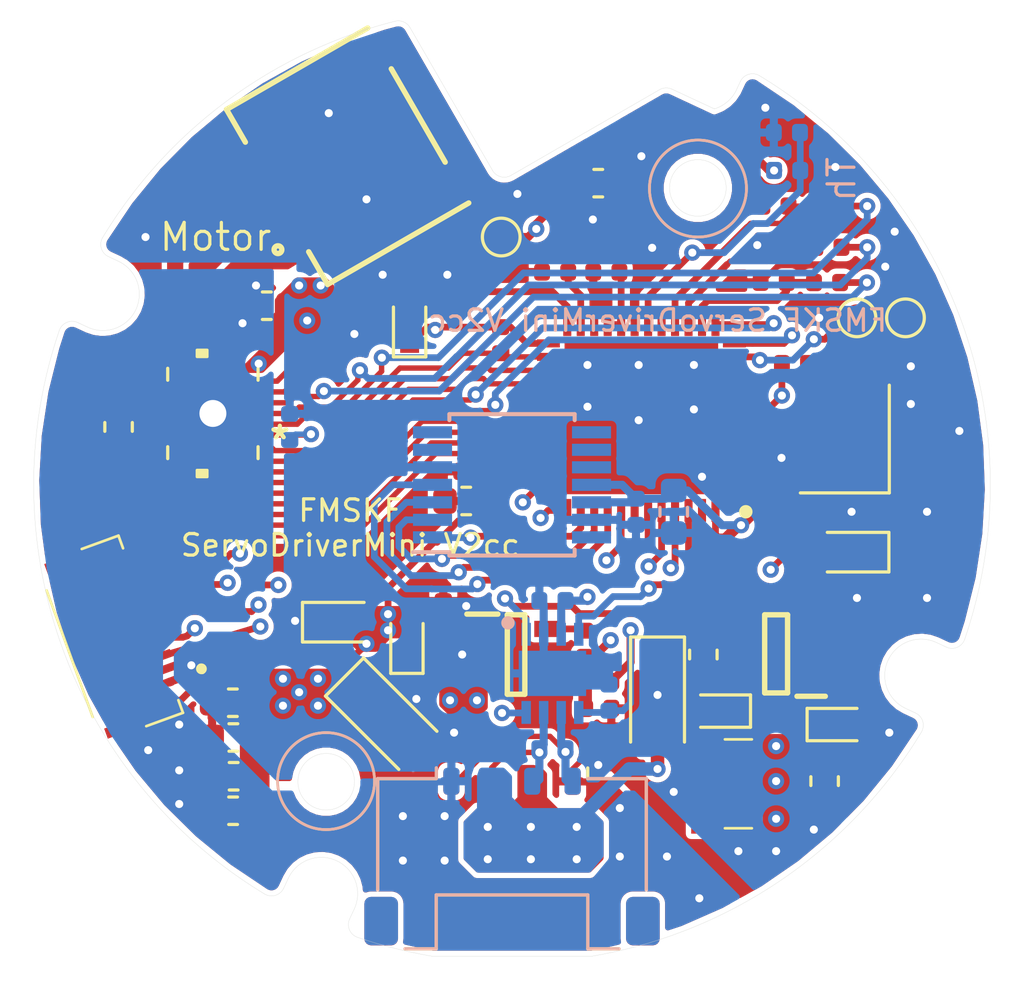
<source format=kicad_pcb>
(kicad_pcb (version 20171130) (host pcbnew "(5.1.12)-1")
  (layers (0 F.Cu signal) (1 In1.Cu signal) (2 In2.Cu signal) (31 B.Cu signal) (34 B.Paste user) (35 F.Paste user hide) (36 B.SilkS user) (37 F.SilkS user) (38 B.Mask user hide) (39 F.Mask user hide) (44 Edge.Cuts user))
  (net 0 "")
  (net 1 GND)
  (net 2 +3V3)
  (net 3 /NRST)
  (net 4 "Net-(C6-Pad1)")
  (net 5 "Net-(C13-Pad1)")
  (net 6 +5V)
  (net 7 /CurrentSensA)
  (net 8 /CurrentSensB)
  (net 9 /CurrentSensC)
  (net 10 +12V)
  (net 11 "Net-(C23-Pad2)")
  (net 12 "Net-(C25-Pad2)")
  (net 13 /Vm_Sens)
  (net 14 "Net-(D6-Pad1)")
  (net 15 /LED1)
  (net 16 "Net-(D8-Pad1)")
  (net 17 "Net-(IC1-Pad4)")
  (net 18 "Net-(IC1-Pad5)")
  (net 19 "Net-(IC2-Pad4)")
  (net 20 "Net-(IC2-Pad3)")
  (net 21 /CAN1_TX)
  (net 22 /CAN1_RX)
  (net 23 /CAN_L)
  (net 24 /CAN_H)
  (net 25 /CAN1_EN)
  (net 26 /SWCLK)
  (net 27 /SWDIO)
  (net 28 "Net-(J1-PadMP1)")
  (net 29 "Net-(J1-PadMP2)")
  (net 30 /SPI3_CS)
  (net 31 /SPI3_SCK)
  (net 32 /SPI3_MISO)
  (net 33 /SPI3_MOSI)
  (net 34 /Potentio_Sens)
  (net 35 /Temp_Sens)
  (net 36 /M_OUTA)
  (net 37 /M_OUTB)
  (net 38 /M_OUTC)
  (net 39 /SOA)
  (net 40 /SOB)
  (net 41 /SOC)
  (net 42 /nFAULT)
  (net 43 "Net-(R17-Pad2)")
  (net 44 /DAC_O1_GAIN)
  (net 45 /DAC_O2_SLEW)
  (net 46 /GPIO_MODE)
  (net 47 /nSLEEP)
  (net 48 /TIM1_CH1N)
  (net 49 /TIM1_CH1)
  (net 50 /TIM1_CH2)
  (net 51 /TIM1_CH3)
  (net 52 /SWO)
  (net 53 "Net-(C26-Pad2)")
  (net 54 "Net-(C27-Pad1)")
  (net 55 "Net-(Y1-Pad2)")
  (net 56 "Net-(Y1-Pad4)")
  (net 57 "Net-(J1-Pad2)")
  (net 58 "Net-(C6-Pad2)")
  (net 59 "Net-(C15-Pad2)")
  (net 60 "Net-(IC4-Pad8)")
  (net 61 "Net-(IC4-Pad9)")
  (net 62 "Net-(IC4-Pad10)")
  (net 63 "Net-(IC4-Pad17)")
  (net 64 "Net-(IC4-Pad19)")
  (net 65 "Net-(IC4-Pad22)")
  (net 66 "Net-(IC4-Pad33)")
  (net 67 "Net-(IC4-Pad34)")
  (net 68 "Net-(IC4-Pad42)")
  (net 69 /USART1_TX)
  (net 70 /USART1_RX)
  (net 71 "Net-(IC4-Pad4)")
  (net 72 "Net-(U1-Pad6)")
  (net 73 "Net-(U1-Pad7)")
  (net 74 "Net-(U1-Pad8)")
  (net 75 "Net-(U1-Pad9)")
  (net 76 "Net-(U1-Pad10)")
  (net 77 "Net-(U1-Pad14)")
  (module Capacitor_SMD:C_0402_1005Metric (layer F.Cu) (at 128 90.5 180)
    (fp_text reference C6 hide)
    (fp_text value 0.01u)
    (pad 2 smd roundrect (at 0.485 0 180) (size 0.59 0.64) (layers F.Cu F.Paste F.Mask) (net 58 "Net-(C6-Pad2)"))
    (pad 1 smd roundrect (at -0.485 0 180) (size 0.59 0.64) (layers F.Cu F.Paste F.Mask) (net 4 "Net-(C6-Pad1)"))
  )
  (module SamacSys_Parts:DF65-3P-1.7V_21_ (layer F.Cu) (at 111.9 69.8 120)
    (fp_text reference J7 hide)
    (fp_text value DF65-3P-1.7V_21_ hide)
    (pad 5 smd rect (at 3.075 2.025 120) (size 0.7 1.8) (layers F.Cu F.Paste F.Mask))
    (pad 4 smd rect (at -3.075 2.025 120) (size 0.7 1.8) (layers F.Cu F.Paste F.Mask))
    (pad 3 smd rect (at 1.7 -3.025 120) (size 0.6 1) (layers F.Cu F.Paste F.Mask) (net 38 /M_OUTC))
    (pad 2 smd rect (at 0 -3.025 120) (size 0.6 1) (layers F.Cu F.Paste F.Mask) (net 37 /M_OUTB))
    (pad 1 smd rect (at -1.7 -3.025 120) (size 0.6 1) (layers F.Cu F.Paste F.Mask) (net 36 /M_OUTA))
  )
  (module Capacitor_SMD:C_0402_1005Metric (layer F.Cu) (at 127.3 83.5 270)
    (fp_text reference C1 hide)
    (fp_text value 0.1u)
    (pad 2 smd roundrect (at 0.485 0 270) (size 0.59 0.64) (layers F.Cu F.Paste F.Mask) (net 1 GND))
    (pad 1 smd roundrect (at -0.485 0 270) (size 0.59 0.64) (layers F.Cu F.Paste F.Mask) (net 2 +3V3))
  )
  (module Capacitor_SMD:C_0402_1005Metric (layer F.Cu) (at 128.5 77.5)
    (fp_text reference C3 hide)
    (fp_text value 0.1u)
    (pad 2 smd roundrect (at 0.485 0) (size 0.59 0.64) (layers F.Cu F.Paste F.Mask) (net 1 GND))
    (pad 1 smd roundrect (at -0.485 0) (size 0.59 0.64) (layers F.Cu F.Paste F.Mask) (net 3 /NRST))
  )
  (module Capacitor_SMD:C_0402_1005Metric (layer F.Cu) (at 121.5 74.1 180)
    (fp_text reference C4 hide)
    (fp_text value 0.1u)
    (pad 2 smd roundrect (at 0.485 0 180) (size 0.59 0.64) (layers F.Cu F.Paste F.Mask) (net 1 GND))
    (pad 1 smd roundrect (at -0.485 0 180) (size 0.59 0.64) (layers F.Cu F.Paste F.Mask) (net 5 "Net-(C13-Pad1)"))
  )
  (module Capacitor_SMD:C_0402_1005Metric (layer F.Cu) (at 119.6 74.1)
    (fp_text reference C7 hide)
    (fp_text value 0.1u)
    (pad 2 smd roundrect (at 0.485 0) (size 0.59 0.64) (layers F.Cu F.Paste F.Mask) (net 2 +3V3))
    (pad 1 smd roundrect (at -0.485 0) (size 0.59 0.64) (layers F.Cu F.Paste F.Mask) (net 1 GND))
  )
  (module Capacitor_SMD:C_0402_1005Metric (layer F.Cu) (at 115.45 88.8 90)
    (fp_text reference C8 hide)
    (fp_text value 0.1u)
    (pad 2 smd roundrect (at 0.485 0 90) (size 0.59 0.64) (layers F.Cu F.Paste F.Mask) (net 1 GND))
    (pad 1 smd roundrect (at -0.485 0 90) (size 0.59 0.64) (layers F.Cu F.Paste F.Mask) (net 6 +5V))
  )
  (module Capacitor_SMD:C_0402_1005Metric (layer F.Cu) (at 115.45 86.8 90)
    (fp_text reference C9 hide)
    (fp_text value 1u)
    (pad 2 smd roundrect (at 0.485 0 90) (size 0.59 0.64) (layers F.Cu F.Paste F.Mask) (net 1 GND))
    (pad 1 smd roundrect (at -0.485 0 90) (size 0.59 0.64) (layers F.Cu F.Paste F.Mask) (net 2 +3V3))
  )
  (module Capacitor_SMD:C_0402_1005Metric (layer F.Cu) (at 116.6 81.5 180)
    (fp_text reference C10 hide)
    (fp_text value 0.1u)
    (pad 2 smd roundrect (at 0.485 0 180) (size 0.59 0.64) (layers F.Cu F.Paste F.Mask) (net 1 GND))
    (pad 1 smd roundrect (at -0.485 0 180) (size 0.59 0.64) (layers F.Cu F.Paste F.Mask) (net 2 +3V3))
  )
  (module Capacitor_SMD:C_0603_1608Metric (layer F.Cu) (at 116.3 82.6 180)
    (fp_text reference C12 hide)
    (fp_text value 4.7u)
    (pad 2 smd roundrect (at 0.7875 0 180) (size 0.875 0.95) (layers F.Cu F.Paste F.Mask) (net 1 GND))
    (pad 1 smd roundrect (at -0.7875 0 180) (size 0.875 0.95) (layers F.Cu F.Paste F.Mask) (net 2 +3V3))
  )
  (module Capacitor_SMD:C_0402_1005Metric (layer F.Cu) (at 121.5 72.15 180)
    (fp_text reference C13 hide)
    (fp_text value 0.01u)
    (pad 2 smd roundrect (at 0.485 0 180) (size 0.59 0.64) (layers F.Cu F.Paste F.Mask) (net 1 GND))
    (pad 1 smd roundrect (at -0.485 0 180) (size 0.59 0.64) (layers F.Cu F.Paste F.Mask) (net 5 "Net-(C13-Pad1)"))
  )
  (module Capacitor_SMD:C_0402_1005Metric (layer F.Cu) (at 121.5 73.15 180)
    (fp_text reference C14 hide)
    (fp_text value 1u)
    (pad 2 smd roundrect (at 0.485 0 180) (size 0.59 0.64) (layers F.Cu F.Paste F.Mask) (net 1 GND))
    (pad 1 smd roundrect (at -0.485 0 180) (size 0.59 0.64) (layers F.Cu F.Paste F.Mask) (net 5 "Net-(C13-Pad1)"))
  )
  (module Capacitor_SMD:C_0402_1005Metric (layer B.Cu) (at 119.5 86.3 180)
    (fp_text reference C16 hide)
    (fp_text value 0.1u)
    (pad 2 smd roundrect (at 0.485 0 180) (size 0.59 0.64) (layers B.Cu B.Paste B.Mask) (net 1 GND))
    (pad 1 smd roundrect (at -0.485 0 180) (size 0.59 0.64) (layers B.Cu B.Paste B.Mask) (net 6 +5V))
  )
  (module Capacitor_SMD:C_0402_1005Metric (layer F.Cu) (at 127.71 74.48 180)
    (fp_text reference C17 hide)
    (fp_text value 220pF)
    (pad 2 smd roundrect (at 0.485 0 180) (size 0.59 0.64) (layers F.Cu F.Paste F.Mask) (net 1 GND))
    (pad 1 smd roundrect (at -0.485 0 180) (size 0.59 0.64) (layers F.Cu F.Paste F.Mask) (net 7 /CurrentSensA))
  )
  (module Capacitor_SMD:C_0402_1005Metric (layer F.Cu) (at 127.76 72.95 180)
    (fp_text reference C18 hide)
    (fp_text value 220pF)
    (pad 2 smd roundrect (at 0.485 0 180) (size 0.59 0.64) (layers F.Cu F.Paste F.Mask) (net 1 GND))
    (pad 1 smd roundrect (at -0.485 0 180) (size 0.59 0.64) (layers F.Cu F.Paste F.Mask) (net 8 /CurrentSensB))
  )
  (module Capacitor_SMD:C_0402_1005Metric (layer F.Cu) (at 127.775 71.65 180)
    (fp_text reference C19 hide)
    (fp_text value 220pF)
    (pad 2 smd roundrect (at 0.485 0 180) (size 0.59 0.64) (layers F.Cu F.Paste F.Mask) (net 1 GND))
    (pad 1 smd roundrect (at -0.485 0 180) (size 0.59 0.64) (layers F.Cu F.Paste F.Mask) (net 9 /CurrentSensC))
  )
  (module Capacitor_SMD:C_0402_1005Metric (layer B.Cu) (at 121.6 89.9 90)
    (fp_text reference C20 hide)
    (fp_text value 0.1u)
    (pad 2 smd roundrect (at 0.485 0 90) (size 0.59 0.64) (layers B.Cu B.Paste B.Mask) (net 1 GND))
    (pad 1 smd roundrect (at -0.485 0 90) (size 0.59 0.64) (layers B.Cu B.Paste B.Mask) (net 2 +3V3))
  )
  (module Capacitor_SMD:C_0402_1005Metric (layer B.Cu) (at 109.75 79.85 90)
    (fp_text reference C21 hide)
    (fp_text value 0.1u)
    (pad 2 smd roundrect (at 0.485 0 90) (size 0.59 0.64) (layers B.Cu B.Paste B.Mask) (net 1 GND))
    (pad 1 smd roundrect (at -0.485 0 90) (size 0.59 0.64) (layers B.Cu B.Paste B.Mask) (net 2 +3V3))
  )
  (module Capacitor_SMD:C_0603_1608Metric (layer F.Cu) (at 108.9 75.35 180)
    (fp_text reference C22 hide)
    (fp_text value 10u)
    (pad 2 smd roundrect (at 0.7875 0 180) (size 0.875 0.95) (layers F.Cu F.Paste F.Mask) (net 1 GND))
    (pad 1 smd roundrect (at -0.7875 0 180) (size 0.875 0.95) (layers F.Cu F.Paste F.Mask) (net 10 +12V))
  )
  (module Capacitor_SMD:C_0402_1005Metric (layer F.Cu) (at 110.95 77 270)
    (fp_text reference C23 hide)
    (fp_text value 1u)
    (pad 2 smd roundrect (at 0.485 0 270) (size 0.59 0.64) (layers F.Cu F.Paste F.Mask) (net 11 "Net-(C23-Pad2)"))
    (pad 1 smd roundrect (at -0.485 0 270) (size 0.59 0.64) (layers F.Cu F.Paste F.Mask) (net 10 +12V))
  )
  (module Capacitor_SMD:C_0402_1005Metric (layer F.Cu) (at 108.5 76.6 180)
    (fp_text reference C24 hide)
    (fp_text value 0.1u)
    (pad 2 smd roundrect (at 0.485 0 180) (size 0.59 0.64) (layers F.Cu F.Paste F.Mask) (net 1 GND))
    (pad 1 smd roundrect (at -0.485 0 180) (size 0.59 0.64) (layers F.Cu F.Paste F.Mask) (net 10 +12V))
  )
  (module Capacitor_SMD:C_0603_1608Metric (layer F.Cu) (at 103.4 79.85 270)
    (fp_text reference C25 hide)
    (fp_text value 4.7u)
    (pad 2 smd roundrect (at 0.7875 0 270) (size 0.875 0.95) (layers F.Cu F.Paste F.Mask) (net 12 "Net-(C25-Pad2)"))
    (pad 1 smd roundrect (at -0.7875 0 270) (size 0.875 0.95) (layers F.Cu F.Paste F.Mask) (net 1 GND))
  )
  (module Diode_SMD:D_SOD-123F (layer F.Cu) (at 113.34 90.69 315)
    (fp_text reference D1 hide)
    (fp_text value D_Schottky)
    (pad 2 smd rect (at 1.4 0 315) (size 1.1 1.1) (layers F.Cu F.Paste F.Mask) (net 1 GND))
    (pad 1 smd rect (at -1.4 0 315) (size 1.1 1.1) (layers F.Cu F.Paste F.Mask) (net 10 +12V))
  )
  (module Diode_SMD:D_SOD-523 (layer F.Cu) (at 114.1 87.85 90)
    (fp_text reference D3 hide)
    (fp_text value D_Schottky)
    (pad 1 smd rect (at -0.7 0 270) (size 0.6 0.7) (layers F.Cu F.Paste F.Mask) (net 6 +5V))
    (pad 2 smd rect (at 0.7 0 270) (size 0.6 0.7) (layers F.Cu F.Paste F.Mask) (net 2 +3V3))
  )
  (module Diode_SMD:D_SOD-523 (layer F.Cu) (at 114.2 76.1 90)
    (fp_text reference D5 hide)
    (fp_text value BAT30KFILM)
    (pad 1 smd rect (at -0.7 0 270) (size 0.6 0.7) (layers F.Cu F.Paste F.Mask) (net 2 +3V3))
    (pad 2 smd rect (at 0.7 0 270) (size 0.6 0.7) (layers F.Cu F.Paste F.Mask) (net 13 /Vm_Sens))
  )
  (module LED_SMD:LED_0603_1608Metric (layer F.Cu) (at 130.5 84.5 180)
    (fp_text reference D6 hide)
    (fp_text value LED)
    (pad 2 smd roundrect (at 0.7875 0 180) (size 0.875 0.95) (layers F.Cu F.Paste F.Mask) (net 15 /LED1))
    (pad 1 smd roundrect (at -0.7875 0 180) (size 0.875 0.95) (layers F.Cu F.Paste F.Mask) (net 14 "Net-(D6-Pad1)"))
  )
  (module LED_SMD:LED_0603_1608Metric (layer F.Cu) (at 111.71 87.1)
    (fp_text reference D8 hide)
    (fp_text value LED)
    (pad 2 smd roundrect (at 0.7875 0) (size 0.875 0.95) (layers F.Cu F.Paste F.Mask) (net 2 +3V3))
    (pad 1 smd roundrect (at -0.7875 0) (size 0.875 0.95) (layers F.Cu F.Paste F.Mask) (net 16 "Net-(D8-Pad1)"))
  )
  (module SamacSys_Parts:SOT95P280X145-5N (layer F.Cu) (at 118.15 88.3)
    (fp_text reference IC1 hide)
    (fp_text value ST730MR hide)
    (pad 5 smd rect (at 1.25 -0.95 90) (size 0.6 1.15) (layers F.Cu F.Paste F.Mask) (net 18 "Net-(IC1-Pad5)"))
    (pad 4 smd rect (at 1.25 0.95 90) (size 0.6 1.15) (layers F.Cu F.Paste F.Mask) (net 17 "Net-(IC1-Pad4)"))
    (pad 3 smd rect (at -1.25 0.95 90) (size 0.6 1.15) (layers F.Cu F.Paste F.Mask) (net 6 +5V))
    (pad 2 smd rect (at -1.25 0 90) (size 0.6 1.15) (layers F.Cu F.Paste F.Mask) (net 1 GND))
    (pad 1 smd rect (at -1.25 -0.95 90) (size 0.6 1.15) (layers F.Cu F.Paste F.Mask) (net 2 +3V3))
  )
  (module SamacSys_Parts:SON65P300X300X110-9N (layer B.Cu) (at 119.5 89 270)
    (fp_text reference IC3 hide)
    (fp_text value TLT9251VLEXUMA1 hide)
    (pad 9 smd rect (at 0 0 270) (size 1.68 2.5) (layers B.Cu B.Paste B.Mask) (net 1 GND))
    (pad 8 smd rect (at 1.45 0.975 180) (size 0.35 0.85) (layers B.Cu B.Paste B.Mask) (net 25 /CAN1_EN))
    (pad 7 smd rect (at 1.45 0.325 180) (size 0.35 0.85) (layers B.Cu B.Paste B.Mask) (net 24 /CAN_H))
    (pad 6 smd rect (at 1.45 -0.325 180) (size 0.35 0.85) (layers B.Cu B.Paste B.Mask) (net 23 /CAN_L))
    (pad 5 smd rect (at 1.45 -0.975 180) (size 0.35 0.85) (layers B.Cu B.Paste B.Mask) (net 2 +3V3))
    (pad 4 smd rect (at -1.45 -0.975 180) (size 0.35 0.85) (layers B.Cu B.Paste B.Mask) (net 22 /CAN1_RX))
    (pad 3 smd rect (at -1.45 -0.325 180) (size 0.35 0.85) (layers B.Cu B.Paste B.Mask) (net 6 +5V))
    (pad 2 smd rect (at -1.45 0.325 180) (size 0.35 0.85) (layers B.Cu B.Paste B.Mask) (net 1 GND))
    (pad 1 smd rect (at -1.45 0.975 180) (size 0.35 0.85) (layers B.Cu B.Paste B.Mask) (net 21 /CAN1_TX))
  )
  (module SamacSys_Parts:123287020 (layer F.Cu) (at 103.7 87.5 290)
    (fp_text reference J1 hide)
    (fp_text value 1-2328702-0 hide)
    (pad MP2 smd rect (at -3.25 1.6 290) (size 0.4 0.8) (layers F.Cu F.Paste F.Mask) (net 29 "Net-(J1-PadMP2)"))
    (pad MP1 smd rect (at 3.25 1.6 290) (size 0.4 0.8) (layers F.Cu F.Paste F.Mask) (net 28 "Net-(J1-PadMP1)"))
    (pad 10 smd rect (at -2.25 -0.9 290) (size 0.3 0.8) (layers F.Cu F.Paste F.Mask) (net 1 GND))
    (pad 9 smd rect (at -1.75 -0.9 290) (size 0.3 0.8) (layers F.Cu F.Paste F.Mask) (net 70 /USART1_RX))
    (pad 8 smd rect (at -1.25 -0.9 290) (size 0.3 0.8) (layers F.Cu F.Paste F.Mask) (net 69 /USART1_TX))
    (pad 7 smd rect (at -0.75 -0.9 290) (size 0.3 0.8) (layers F.Cu F.Paste F.Mask) (net 26 /SWCLK))
    (pad 6 smd rect (at -0.25 -0.9 290) (size 0.3 0.8) (layers F.Cu F.Paste F.Mask) (net 27 /SWDIO))
    (pad 5 smd rect (at 0.25 -0.9 290) (size 0.3 0.8) (layers F.Cu F.Paste F.Mask) (net 2 +3V3))
    (pad 4 smd rect (at 0.75 -0.9 290) (size 0.3 0.8) (layers F.Cu F.Paste F.Mask) (net 3 /NRST))
    (pad 3 smd rect (at 1.25 -0.9 290) (size 0.3 0.8) (layers F.Cu F.Paste F.Mask) (net 52 /SWO))
    (pad 2 smd rect (at 1.75 -0.9 290) (size 0.3 0.8) (layers F.Cu F.Paste F.Mask) (net 57 "Net-(J1-Pad2)"))
    (pad 1 smd rect (at 2.25 -0.9 290) (size 0.3 0.8) (layers F.Cu F.Paste F.Mask) (net 1 GND))
  )
  (module Inductor_SMD:L_0603_1608Metric (layer F.Cu) (at 121.2 70.8 180)
    (fp_text reference L1 hide)
    (fp_text value L)
    (pad 2 smd roundrect (at 0.7875 0 180) (size 0.875 0.95) (layers F.Cu F.Paste F.Mask) (net 2 +3V3))
    (pad 1 smd roundrect (at -0.7875 0 180) (size 0.875 0.95) (layers F.Cu F.Paste F.Mask) (net 5 "Net-(C13-Pad1)"))
  )
  (module Resistor_SMD:R_0402_1005Metric (layer F.Cu) (at 125.8 86.4 180)
    (fp_text reference R3 hide)
    (fp_text value 10k)
    (pad 2 smd roundrect (at 0.485 0 180) (size 0.59 0.64) (layers F.Cu F.Paste F.Mask) (net 59 "Net-(C15-Pad2)"))
    (pad 1 smd roundrect (at -0.485 0 180) (size 0.59 0.64) (layers F.Cu F.Paste F.Mask) (net 19 "Net-(IC2-Pad4)"))
  )
  (module Resistor_SMD:R_0402_1005Metric (layer F.Cu) (at 120.7 87.9 90)
    (fp_text reference R4 hide)
    (fp_text value 10k)
    (pad 2 smd roundrect (at 0.485 0 90) (size 0.59 0.64) (layers F.Cu F.Paste F.Mask) (net 18 "Net-(IC1-Pad5)"))
    (pad 1 smd roundrect (at -0.485 0 90) (size 0.59 0.64) (layers F.Cu F.Paste F.Mask) (net 6 +5V))
  )
  (module Resistor_SMD:R_0402_1005Metric (layer F.Cu) (at 121.2 89.3)
    (fp_text reference R5 hide)
    (fp_text value 47k)
    (pad 2 smd roundrect (at 0.485 0) (size 0.59 0.64) (layers F.Cu F.Paste F.Mask) (net 2 +3V3))
    (pad 1 smd roundrect (at -0.485 0) (size 0.59 0.64) (layers F.Cu F.Paste F.Mask) (net 17 "Net-(IC1-Pad4)"))
  )
  (module Resistor_SMD:R_0402_1005Metric (layer F.Cu) (at 121.2 90.3 180)
    (fp_text reference R6 hide)
    (fp_text value 27k)
    (pad 2 smd roundrect (at 0.485 0 180) (size 0.59 0.64) (layers F.Cu F.Paste F.Mask) (net 17 "Net-(IC1-Pad4)"))
    (pad 1 smd roundrect (at -0.485 0 180) (size 0.59 0.64) (layers F.Cu F.Paste F.Mask) (net 1 GND))
  )
  (module Resistor_SMD:R_0402_1005Metric (layer F.Cu) (at 111.5 75.4 180)
    (fp_text reference R7 hide)
    (fp_text value 470k)
    (pad 2 smd roundrect (at 0.485 0 180) (size 0.59 0.64) (layers F.Cu F.Paste F.Mask) (net 10 +12V))
    (pad 1 smd roundrect (at -0.485 0 180) (size 0.59 0.64) (layers F.Cu F.Paste F.Mask) (net 13 /Vm_Sens))
  )
  (module Resistor_SMD:R_0402_1005Metric (layer F.Cu) (at 112.9 75.9 90)
    (fp_text reference R8 hide)
    (fp_text value 33k)
    (pad 2 smd roundrect (at 0.485 0 90) (size 0.59 0.64) (layers F.Cu F.Paste F.Mask) (net 13 /Vm_Sens))
    (pad 1 smd roundrect (at -0.485 0 90) (size 0.59 0.64) (layers F.Cu F.Paste F.Mask) (net 1 GND))
  )
  (module Resistor_SMD:R_0402_1005Metric (layer F.Cu) (at 129.69 74.49)
    (fp_text reference R9 hide)
    (fp_text value 510)
    (pad 2 smd roundrect (at 0.485 0) (size 0.59 0.64) (layers F.Cu F.Paste F.Mask) (net 39 /SOA))
    (pad 1 smd roundrect (at -0.485 0) (size 0.59 0.64) (layers F.Cu F.Paste F.Mask) (net 7 /CurrentSensA))
  )
  (module Resistor_SMD:R_0402_1005Metric (layer F.Cu) (at 129.74 73.18)
    (fp_text reference R10 hide)
    (fp_text value 510)
    (pad 2 smd roundrect (at 0.485 0) (size 0.59 0.64) (layers F.Cu F.Paste F.Mask) (net 40 /SOB))
    (pad 1 smd roundrect (at -0.485 0) (size 0.59 0.64) (layers F.Cu F.Paste F.Mask) (net 8 /CurrentSensB))
  )
  (module Resistor_SMD:R_0402_1005Metric (layer F.Cu) (at 129.76 71.65)
    (fp_text reference R11 hide)
    (fp_text value 510)
    (pad 2 smd roundrect (at 0.485 0) (size 0.59 0.64) (layers F.Cu F.Paste F.Mask) (net 41 /SOC))
    (pad 1 smd roundrect (at -0.485 0) (size 0.59 0.64) (layers F.Cu F.Paste F.Mask) (net 9 /CurrentSensC))
  )
  (module Resistor_SMD:R_0402_1005Metric (layer F.Cu) (at 133.3 84.5 180)
    (fp_text reference R12 hide)
    (fp_text value 330)
    (pad 2 smd roundrect (at 0.485 0 180) (size 0.59 0.64) (layers F.Cu F.Paste F.Mask) (net 14 "Net-(D6-Pad1)"))
    (pad 1 smd roundrect (at -0.485 0 180) (size 0.59 0.64) (layers F.Cu F.Paste F.Mask) (net 1 GND))
  )
  (module Resistor_SMD:R_0402_1005Metric (layer F.Cu) (at 111.53 85.71 180)
    (fp_text reference R14 hide)
    (fp_text value 330)
    (pad 2 smd roundrect (at 0.485 0 180) (size 0.59 0.64) (layers F.Cu F.Paste F.Mask) (net 16 "Net-(D8-Pad1)"))
    (pad 1 smd roundrect (at -0.485 0 180) (size 0.59 0.64) (layers F.Cu F.Paste F.Mask) (net 1 GND))
  )
  (module Resistor_SMD:R_0402_1005Metric (layer B.Cu) (at 119.5 91.8 180)
    (fp_text reference R15 hide)
    (fp_text value 60)
    (pad 2 smd roundrect (at 0.485 0 180) (size 0.59 0.64) (layers B.Cu B.Paste B.Mask) (net 24 /CAN_H))
    (pad 1 smd roundrect (at -0.485 0 180) (size 0.59 0.64) (layers B.Cu B.Paste B.Mask) (net 23 /CAN_L))
  )
  (module Resistor_SMD:R_0402_1005Metric (layer F.Cu) (at 117.58 76.63 270)
    (fp_text reference R16 hide)
    (fp_text value 10k)
    (pad 2 smd roundrect (at 0.485 0 270) (size 0.59 0.64) (layers F.Cu F.Paste F.Mask) (net 42 /nFAULT))
    (pad 1 smd roundrect (at -0.485 0 270) (size 0.59 0.64) (layers F.Cu F.Paste F.Mask) (net 2 +3V3))
  )
  (module Resistor_SMD:R_0402_1005Metric (layer F.Cu) (at 109.95 77 270)
    (fp_text reference R17 hide)
    (fp_text value 0)
    (pad 2 smd roundrect (at 0.485 0 270) (size 0.59 0.64) (layers F.Cu F.Paste F.Mask) (net 43 "Net-(R17-Pad2)"))
    (pad 1 smd roundrect (at -0.485 0 270) (size 0.59 0.64) (layers F.Cu F.Paste F.Mask) (net 10 +12V))
  )
  (module Resistor_SMD:R_0402_1005Metric (layer B.Cu) (at 128.21 70.33 180)
    (fp_text reference R18 hide)
    (fp_text value 10k)
    (pad 2 smd roundrect (at 0.485 0 180) (size 0.59 0.64) (layers B.Cu B.Paste B.Mask) (net 2 +3V3))
    (pad 1 smd roundrect (at -0.485 0 180) (size 0.59 0.64) (layers B.Cu B.Paste B.Mask) (net 35 /Temp_Sens))
  )
  (module SamacSys_Parts:PDRV8311HRRWR (layer F.Cu) (at 106.9 79.35 180)
    (fp_text reference U2 hide)
    (fp_text value PDRV8311HRRWR)
    (fp_text user * (at -2.484399 -1.000125) (layer F.SilkS))
    (fp_text user * (at -2.484399 -1.000125) (layer F.SilkS))
    (pad 1 smd rect (at -1.5089 -1.2 270) (size 0.204 0.680999) (layers F.Cu F.Paste F.Mask) (net 42 /nFAULT))
    (pad 2 smd rect (at -1.5089 -0.8 270) (size 0.204 0.680999) (layers F.Cu F.Paste F.Mask) (net 2 +3V3))
    (pad 3 smd rect (at -1.5089 -0.4 270) (size 0.204 0.680999) (layers F.Cu F.Paste F.Mask) (net 41 /SOC))
    (pad 4 smd rect (at -1.5089 0 270) (size 0.204 0.680999) (layers F.Cu F.Paste F.Mask) (net 40 /SOB))
    (pad 5 smd rect (at -1.5089 0.4 270) (size 0.204 0.680999) (layers F.Cu F.Paste F.Mask) (net 39 /SOA))
    (pad 6 smd rect (at -1.5089 0.8 90) (size 0.204 0.680999) (layers F.Cu F.Paste F.Mask) (net 11 "Net-(C23-Pad2)"))
    (pad 7 smd rect (at -1.5089 1.2 90) (size 0.204 0.680999) (layers F.Cu F.Paste F.Mask) (net 43 "Net-(R17-Pad2)"))
    (pad 8 smd rect (at -0.8 1.5089 180) (size 0.2 0.680999) (layers F.Cu F.Paste F.Mask) (net 10 +12V))
    (pad 9 smd rect (at -0.4 1.5089 180) (size 0.204 0.680999) (layers F.Cu F.Paste F.Mask) (net 1 GND))
    (pad 10 smd rect (at 0 1.5089 180) (size 0.204 0.680999) (layers F.Cu F.Paste F.Mask) (net 36 /M_OUTA))
    (pad 11 smd rect (at 0.4 1.5089 180) (size 0.204 0.680999) (layers F.Cu F.Paste F.Mask) (net 37 /M_OUTB))
    (pad 12 smd rect (at 0.8 1.5089 180) (size 0.204 0.680999) (layers F.Cu F.Paste F.Mask) (net 38 /M_OUTC))
    (pad 13 smd rect (at 1.5089 1.2 270) (size 0.204 0.680999) (layers F.Cu F.Paste F.Mask) (net 51 /TIM1_CH3))
    (pad 14 smd rect (at 1.5089 0.8 270) (size 0.204 0.680999) (layers F.Cu F.Paste F.Mask) (net 50 /TIM1_CH2))
    (pad 15 smd rect (at 1.5089 0.4 270) (size 0.204 0.680999) (layers F.Cu F.Paste F.Mask) (net 49 /TIM1_CH1))
    (pad 16 smd rect (at 1.5089 0 270) (size 0.204 0.680999) (layers F.Cu F.Paste F.Mask) (net 1 GND))
    (pad 17 smd rect (at 1.5089 -0.4 270) (size 0.204 0.680999) (layers F.Cu F.Paste F.Mask) (net 12 "Net-(C25-Pad2)"))
    (pad 18 smd rect (at 1.5089 -0.8 90) (size 0.204 0.680999) (layers F.Cu F.Paste F.Mask) (net 48 /TIM1_CH1N))
    (pad 19 smd rect (at 1.5089 -1.2 90) (size 0.204 0.680999) (layers F.Cu F.Paste F.Mask) (net 48 /TIM1_CH1N))
    (pad 20 smd rect (at 0.8 -1.5089 180) (size 0.204 0.680999) (layers F.Cu F.Paste F.Mask) (net 48 /TIM1_CH1N))
    (pad 21 smd rect (at 0.4 -1.5089 180) (size 0.204 0.680999) (layers F.Cu F.Paste F.Mask) (net 44 /DAC_O1_GAIN))
    (pad 22 smd rect (at 0 -1.5089 180) (size 0.204 0.680999) (layers F.Cu F.Paste F.Mask) (net 45 /DAC_O2_SLEW))
    (pad 23 smd rect (at -0.4 -1.5089 180) (size 0.204 0.680999) (layers F.Cu F.Paste F.Mask) (net 46 /GPIO_MODE))
    (pad 24 smd rect (at -0.8 -1.5089 180) (size 0.204 0.680999) (layers F.Cu F.Paste F.Mask) (net 47 /nSLEEP))
    (pad 25 smd rect (at 0 0 180) (size 1.9 1.9) (layers F.Cu F.Paste F.Mask) (net 1 GND))
  )
  (module Capacitor_SMD:C_0402_1005Metric (layer F.Cu) (at 132.8 80.75 270)
    (fp_text reference C26 hide)
    (fp_text value 8p)
    (pad 2 smd roundrect (at 0.485 0 270) (size 0.59 0.64) (layers F.Cu F.Paste F.Mask) (net 53 "Net-(C26-Pad2)"))
    (pad 1 smd roundrect (at -0.485 0 270) (size 0.59 0.64) (layers F.Cu F.Paste F.Mask) (net 1 GND))
  )
  (module Capacitor_SMD:C_0402_1005Metric (layer F.Cu) (at 130.765 77.55)
    (fp_text reference C27 hide)
    (fp_text value 8p)
    (pad 2 smd roundrect (at 0.485 0) (size 0.59 0.64) (layers F.Cu F.Paste F.Mask) (net 1 GND))
    (pad 1 smd roundrect (at -0.485 0) (size 0.59 0.64) (layers F.Cu F.Paste F.Mask) (net 54 "Net-(C27-Pad1)"))
  )
  (module Crystal:Crystal_SMD_Abracon_ABM8G-4Pin_3.2x2.5mm (layer F.Cu) (at 130.35 80.3 90)
    (fp_text reference Y1 hide)
    (fp_text value Crystal)
    (pad 4 smd rect (at -1.1 -0.85 90) (size 1.4 1.2) (layers F.Cu F.Paste F.Mask) (net 56 "Net-(Y1-Pad4)"))
    (pad 3 smd rect (at 1.1 -0.85 90) (size 1.4 1.2) (layers F.Cu F.Paste F.Mask) (net 54 "Net-(C27-Pad1)"))
    (pad 2 smd rect (at 1.1 0.85 90) (size 1.4 1.2) (layers F.Cu F.Paste F.Mask) (net 55 "Net-(Y1-Pad2)"))
    (pad 1 smd rect (at -1.1 0.85 90) (size 1.4 1.2) (layers F.Cu F.Paste F.Mask) (net 53 "Net-(C26-Pad2)"))
  )
  (module Capacitor_SMD:C_0603_1608Metric (layer F.Cu) (at 125.1 88.3 90)
    (fp_text reference C15 hide)
    (fp_text value 10u hide)
    (pad 1 smd roundrect (at -0.7875 0 90) (size 0.875 0.95) (layers F.Cu F.Paste F.Mask) (net 1 GND))
    (pad 2 smd roundrect (at 0.7875 0 90) (size 0.875 0.95) (layers F.Cu F.Paste F.Mask) (net 59 "Net-(C15-Pad2)"))
  )
  (module Capacitor_SMD:C_0603_1608Metric (layer F.Cu) (at 129.6 93 90)
    (fp_text reference C29 hide)
    (fp_text value 10u hide)
    (pad 2 smd roundrect (at 0.7875 0 90) (size 0.875 0.95) (layers F.Cu F.Paste F.Mask) (net 6 +5V))
    (pad 1 smd roundrect (at -0.7875 0 90) (size 0.875 0.95) (layers F.Cu F.Paste F.Mask) (net 1 GND))
  )
  (module Diode_SMD:D_SOD-523 (layer F.Cu) (at 125.7 90.4 180)
    (fp_text reference D4 hide)
    (fp_text value D_Schottky hide)
    (pad 1 smd rect (at -0.7 0) (size 0.6 0.7) (layers F.Cu F.Paste F.Mask) (net 58 "Net-(C6-Pad2)"))
    (pad 2 smd rect (at 0.7 0) (size 0.6 0.7) (layers F.Cu F.Paste F.Mask) (net 1 GND))
  )
  (module Diode_SMD:D_SOD-523 (layer F.Cu) (at 130.1 90.9)
    (fp_text reference D9 hide)
    (fp_text value D_Schottky hide)
    (pad 2 smd rect (at 0.7 0 180) (size 0.6 0.7) (layers F.Cu F.Paste F.Mask) (net 6 +5V))
    (pad 1 smd rect (at -0.7 0 180) (size 0.6 0.7) (layers F.Cu F.Paste F.Mask) (net 4 "Net-(C6-Pad1)"))
  )
  (module SamacSys_Parts:SOT95P280X90-6N (layer F.Cu) (at 127.8 88.275 180)
    (fp_text reference IC2 hide)
    (fp_text value LT1616ES6#TRMPBF hide)
    (pad 1 smd rect (at -1.3 -0.95 270) (size 0.55 1.05) (layers F.Cu F.Paste F.Mask) (net 4 "Net-(C6-Pad1)"))
    (pad 2 smd rect (at -1.3 0 270) (size 0.55 1.05) (layers F.Cu F.Paste F.Mask) (net 1 GND))
    (pad 3 smd rect (at -1.3 0.95 270) (size 0.55 1.05) (layers F.Cu F.Paste F.Mask) (net 20 "Net-(IC2-Pad3)"))
    (pad 4 smd rect (at 1.3 0.95 270) (size 0.55 1.05) (layers F.Cu F.Paste F.Mask) (net 19 "Net-(IC2-Pad4)"))
    (pad 5 smd rect (at 1.3 0 270) (size 0.55 1.05) (layers F.Cu F.Paste F.Mask) (net 59 "Net-(C15-Pad2)"))
    (pad 6 smd rect (at 1.3 -0.95 270) (size 0.55 1.05) (layers F.Cu F.Paste F.Mask) (net 58 "Net-(C6-Pad2)"))
  )
  (module SamacSys_Parts:LPS3314332MRC (layer F.Cu) (at 126.5 93.1)
    (fp_text reference L2 hide)
    (fp_text value 4.7u hide)
    (pad 1 smd rect (at -1.325 0) (size 1.05 3.7) (layers F.Cu F.Paste F.Mask) (net 58 "Net-(C6-Pad2)"))
    (pad 2 smd rect (at 1.325 0) (size 1.05 3.7) (layers F.Cu F.Paste F.Mask) (net 6 +5V))
  )
  (module Resistor_SMD:R_0402_1005Metric (layer F.Cu) (at 130.55 87.8 270)
    (fp_text reference R19 hide)
    (fp_text value "30.1k or 51k(MP2359)" hide)
    (pad 1 smd roundrect (at -0.485 0 270) (size 0.59 0.64) (layers F.Cu F.Paste F.Mask) (net 20 "Net-(IC2-Pad3)"))
    (pad 2 smd roundrect (at 0.485 0 270) (size 0.59 0.64) (layers F.Cu F.Paste F.Mask) (net 6 +5V))
  )
  (module Resistor_SMD:R_0402_1005Metric (layer F.Cu) (at 128.6 86.15)
    (fp_text reference R20 hide)
    (fp_text value 10k hide)
    (pad 2 smd roundrect (at 0.485 0) (size 0.59 0.64) (layers F.Cu F.Paste F.Mask) (net 20 "Net-(IC2-Pad3)"))
    (pad 1 smd roundrect (at -0.485 0) (size 0.59 0.64) (layers F.Cu F.Paste F.Mask) (net 1 GND))
  )
  (module Capacitor_SMD:C_0402_1005Metric (layer F.Cu) (at 125.81 84.59 270)
    (fp_text reference C2 hide)
    (fp_text value 0.1u hide)
    (pad 2 smd roundrect (at 0.485 0 270) (size 0.59 0.64) (layers F.Cu F.Paste F.Mask) (net 1 GND))
    (pad 1 smd roundrect (at -0.485 0 270) (size 0.59 0.64) (layers F.Cu F.Paste F.Mask) (net 2 +3V3))
  )
  (module SamacSys_Parts:QFN50P700X700X60-49N-D (layer F.Cu) (at 122.8 79.5 180)
    (fp_text reference IC4 hide)
    (fp_text value STM32G4xxyU hide)
    (pad 1 smd rect (at -3.45 -2.75 270) (size 0.3 0.85) (layers F.Cu F.Paste F.Mask) (net 2 +3V3))
    (pad 2 smd rect (at -3.45 -2.25 270) (size 0.3 0.85) (layers F.Cu F.Paste F.Mask) (net 25 /CAN1_EN))
    (pad 3 smd rect (at -3.45 -1.75 270) (size 0.3 0.85) (layers F.Cu F.Paste F.Mask) (net 15 /LED1))
    (pad 4 smd rect (at -3.45 -1.25 270) (size 0.3 0.85) (layers F.Cu F.Paste F.Mask) (net 71 "Net-(IC4-Pad4)"))
    (pad 5 smd rect (at -3.45 -0.75 270) (size 0.3 0.85) (layers F.Cu F.Paste F.Mask) (net 53 "Net-(C26-Pad2)"))
    (pad 6 smd rect (at -3.45 -0.25 270) (size 0.3 0.85) (layers F.Cu F.Paste F.Mask) (net 54 "Net-(C27-Pad1)"))
    (pad 7 smd rect (at -3.45 0.25 270) (size 0.3 0.85) (layers F.Cu F.Paste F.Mask) (net 3 /NRST))
    (pad 8 smd rect (at -3.45 0.75 270) (size 0.3 0.85) (layers F.Cu F.Paste F.Mask) (net 60 "Net-(IC4-Pad8)"))
    (pad 9 smd rect (at -3.45 1.25 270) (size 0.3 0.85) (layers F.Cu F.Paste F.Mask) (net 61 "Net-(IC4-Pad9)"))
    (pad 10 smd rect (at -3.45 1.75 270) (size 0.3 0.85) (layers F.Cu F.Paste F.Mask) (net 62 "Net-(IC4-Pad10)"))
    (pad 11 smd rect (at -3.45 2.25 270) (size 0.3 0.85) (layers F.Cu F.Paste F.Mask) (net 34 /Potentio_Sens))
    (pad 12 smd rect (at -3.45 2.75 270) (size 0.3 0.85) (layers F.Cu F.Paste F.Mask) (net 44 /DAC_O1_GAIN))
    (pad 13 smd rect (at -2.75 3.45 180) (size 0.3 0.85) (layers F.Cu F.Paste F.Mask) (net 45 /DAC_O2_SLEW))
    (pad 14 smd rect (at -2.25 3.45 180) (size 0.3 0.85) (layers F.Cu F.Paste F.Mask) (net 7 /CurrentSensA))
    (pad 15 smd rect (at -1.75 3.45 180) (size 0.3 0.85) (layers F.Cu F.Paste F.Mask) (net 8 /CurrentSensB))
    (pad 16 smd rect (at -1.25 3.45 180) (size 0.3 0.85) (layers F.Cu F.Paste F.Mask) (net 9 /CurrentSensC))
    (pad 17 smd rect (at -0.75 3.45 180) (size 0.3 0.85) (layers F.Cu F.Paste F.Mask) (net 63 "Net-(IC4-Pad17)"))
    (pad 18 smd rect (at -0.25 3.45 180) (size 0.3 0.85) (layers F.Cu F.Paste F.Mask) (net 35 /Temp_Sens))
    (pad 19 smd rect (at 0.25 3.45 180) (size 0.3 0.85) (layers F.Cu F.Paste F.Mask) (net 64 "Net-(IC4-Pad19)"))
    (pad 20 smd rect (at 0.75 3.45 180) (size 0.3 0.85) (layers F.Cu F.Paste F.Mask) (net 5 "Net-(C13-Pad1)"))
    (pad 21 smd rect (at 1.25 3.45 180) (size 0.3 0.85) (layers F.Cu F.Paste F.Mask) (net 5 "Net-(C13-Pad1)"))
    (pad 22 smd rect (at 1.75 3.45 180) (size 0.3 0.85) (layers F.Cu F.Paste F.Mask) (net 65 "Net-(IC4-Pad22)"))
    (pad 23 smd rect (at 2.25 3.45 180) (size 0.3 0.85) (layers F.Cu F.Paste F.Mask) (net 2 +3V3))
    (pad 24 smd rect (at 2.75 3.45 180) (size 0.3 0.85) (layers F.Cu F.Paste F.Mask) (net 13 /Vm_Sens))
    (pad 25 smd rect (at 3.45 2.75 270) (size 0.3 0.85) (layers F.Cu F.Paste F.Mask) (net 2 +3V3))
    (pad 26 smd rect (at 3.45 2.25 270) (size 0.3 0.85) (layers F.Cu F.Paste F.Mask) (net 42 /nFAULT))
    (pad 27 smd rect (at 3.45 1.75 270) (size 0.3 0.85) (layers F.Cu F.Paste F.Mask) (net 47 /nSLEEP))
    (pad 28 smd rect (at 3.45 1.25 270) (size 0.3 0.85) (layers F.Cu F.Paste F.Mask) (net 46 /GPIO_MODE))
    (pad 29 smd rect (at 3.45 0.75 270) (size 0.3 0.85) (layers F.Cu F.Paste F.Mask) (net 48 /TIM1_CH1N))
    (pad 30 smd rect (at 3.45 0.25 270) (size 0.3 0.85) (layers F.Cu F.Paste F.Mask) (net 49 /TIM1_CH1))
    (pad 31 smd rect (at 3.45 -0.25 270) (size 0.3 0.85) (layers F.Cu F.Paste F.Mask) (net 50 /TIM1_CH2))
    (pad 32 smd rect (at 3.45 -0.75 270) (size 0.3 0.85) (layers F.Cu F.Paste F.Mask) (net 51 /TIM1_CH3))
    (pad 33 smd rect (at 3.45 -1.25 270) (size 0.3 0.85) (layers F.Cu F.Paste F.Mask) (net 66 "Net-(IC4-Pad33)"))
    (pad 34 smd rect (at 3.45 -1.75 270) (size 0.3 0.85) (layers F.Cu F.Paste F.Mask) (net 67 "Net-(IC4-Pad34)"))
    (pad 35 smd rect (at 3.45 -2.25 270) (size 0.3 0.85) (layers F.Cu F.Paste F.Mask) (net 2 +3V3))
    (pad 36 smd rect (at 3.45 -2.75 270) (size 0.3 0.85) (layers F.Cu F.Paste F.Mask) (net 27 /SWDIO))
    (pad 37 smd rect (at 2.75 -3.45 180) (size 0.3 0.85) (layers F.Cu F.Paste F.Mask) (net 26 /SWCLK))
    (pad 38 smd rect (at 2.25 -3.45 180) (size 0.3 0.85) (layers F.Cu F.Paste F.Mask) (net 30 /SPI3_CS))
    (pad 39 smd rect (at 1.75 -3.45 180) (size 0.3 0.85) (layers F.Cu F.Paste F.Mask) (net 31 /SPI3_SCK))
    (pad 40 smd rect (at 1.25 -3.45 180) (size 0.3 0.85) (layers F.Cu F.Paste F.Mask) (net 32 /SPI3_MISO))
    (pad 41 smd rect (at 0.75 -3.45 180) (size 0.3 0.85) (layers F.Cu F.Paste F.Mask) (net 52 /SWO))
    (pad 42 smd rect (at 0.25 -3.45 180) (size 0.3 0.85) (layers F.Cu F.Paste F.Mask) (net 68 "Net-(IC4-Pad42)"))
    (pad 43 smd rect (at -0.25 -3.45 180) (size 0.3 0.85) (layers F.Cu F.Paste F.Mask) (net 33 /SPI3_MOSI))
    (pad 44 smd rect (at -0.75 -3.45 180) (size 0.3 0.85) (layers F.Cu F.Paste F.Mask) (net 69 /USART1_TX))
    (pad 45 smd rect (at -1.25 -3.45 180) (size 0.3 0.85) (layers F.Cu F.Paste F.Mask) (net 70 /USART1_RX))
    (pad 46 smd rect (at -1.75 -3.45 180) (size 0.3 0.85) (layers F.Cu F.Paste F.Mask) (net 22 /CAN1_RX))
    (pad 47 smd rect (at -2.25 -3.45 180) (size 0.3 0.85) (layers F.Cu F.Paste F.Mask) (net 21 /CAN1_TX))
    (pad 48 smd rect (at -2.75 -3.45 180) (size 0.3 0.85) (layers F.Cu F.Paste F.Mask) (net 2 +3V3))
    (pad 49 smd rect (at 0 0 180) (size 5.7 5.7) (layers F.Cu F.Paste F.Mask) (net 1 GND))
  )
  (module Diode_SMD:D_SOD-123 (layer F.Cu) (at 123.4 89.9 270)
    (fp_text reference D2 hide)
    (fp_text value PMEG6010AESBYL hide)
    (pad 1 smd rect (at -1.65 0 270) (size 0.9 1.2) (layers F.Cu F.Paste F.Mask) (net 59 "Net-(C15-Pad2)"))
    (pad 2 smd rect (at 1.65 0 270) (size 0.9 1.2) (layers F.Cu F.Paste F.Mask) (net 10 +12V))
  )
  (module Capacitor_SMD:C_0603_1608Metric (layer B.Cu) (at 124 83 90)
    (fp_text reference C5 hide)
    (fp_text value 10u hide)
    (pad 1 smd roundrect (at -0.7875 0 90) (size 0.875 0.95) (layers B.Cu B.Paste B.Mask) (net 1 GND))
    (pad 2 smd roundrect (at 0.7875 0 90) (size 0.875 0.95) (layers B.Cu B.Paste B.Mask) (net 2 +3V3))
  )
  (module Connector_Molex:Molex_Pico-Lock_504050-0491_1x04-1MP_P1.50mm_Horizontal (layer B.Cu) (at 118 95.8)
    (fp_text reference J2 hide)
    (fp_text value Conn_01x04)
    (pad MP smd roundrect (at 4.855 2.395) (size 1.25 1.8) (layers B.Cu B.Paste B.Mask) (roundrect_rratio 0.2))
    (pad MP smd roundrect (at -4.855 2.395) (size 1.25 1.8) (layers B.Cu B.Paste B.Mask) (roundrect_rratio 0.2))
    (pad 4 smd roundrect (at 2.25 -2.795) (size 0.6 1) (layers B.Cu B.Paste B.Mask) (net 23 /CAN_L))
    (pad 3 smd roundrect (at 0.75 -2.795) (size 0.6 1) (layers B.Cu B.Paste B.Mask) (net 24 /CAN_H))
    (pad 2 smd roundrect (at -0.75 -2.795) (size 0.6 1) (layers B.Cu B.Paste B.Mask) (net 10 +12V))
    (pad 1 smd roundrect (at -2.25 -2.795) (size 0.6 1) (layers B.Cu B.Paste B.Mask) (net 1 GND))
  )
  (module Connector_Molex:Molex_Pico-Lock_504050-0491_1x04-1MP_P1.50mm_Horizontal (layer F.Cu) (at 118 95.805 180)
    (fp_text reference J3 hide)
    (fp_text value Conn_01x04)
    (pad 1 smd roundrect (at -2.25 2.795 180) (size 0.6 1) (layers F.Cu F.Paste F.Mask) (net 1 GND))
    (pad 2 smd roundrect (at -0.75 2.795 180) (size 0.6 1) (layers F.Cu F.Paste F.Mask) (net 10 +12V))
    (pad 3 smd roundrect (at 0.75 2.795 180) (size 0.6 1) (layers F.Cu F.Paste F.Mask) (net 24 /CAN_H))
    (pad 4 smd roundrect (at 2.25 2.795 180) (size 0.6 1) (layers F.Cu F.Paste F.Mask) (net 23 /CAN_L))
    (pad MP smd roundrect (at -4.855 -2.395 180) (size 1.25 1.8) (layers F.Cu F.Paste F.Mask) (roundrect_rratio 0.2))
    (pad MP smd roundrect (at 4.855 -2.395 180) (size 1.25 1.8) (layers F.Cu F.Paste F.Mask) (roundrect_rratio 0.2))
  )
  (module Package_SO:TSSOP-14_4.4x5mm_P0.65mm (layer B.Cu) (at 118 82)
    (fp_text reference U1 hide)
    (fp_text value AS5048A hide)
    (pad 1 smd rect (at -2.95 1.95) (size 1.45 0.45) (layers B.Cu B.Paste B.Mask) (net 30 /SPI3_CS))
    (pad 2 smd rect (at -2.95 1.3) (size 1.45 0.45) (layers B.Cu B.Paste B.Mask) (net 31 /SPI3_SCK))
    (pad 3 smd rect (at -2.95 0.65) (size 1.45 0.45) (layers B.Cu B.Paste B.Mask) (net 32 /SPI3_MISO))
    (pad 4 smd rect (at -2.95 0) (size 1.45 0.45) (layers B.Cu B.Paste B.Mask) (net 33 /SPI3_MOSI))
    (pad 5 smd rect (at -2.95 -0.65) (size 1.45 0.45) (layers B.Cu B.Paste B.Mask) (net 1 GND))
    (pad 6 smd rect (at -2.95 -1.3) (size 1.45 0.45) (layers B.Cu B.Paste B.Mask) (net 72 "Net-(U1-Pad6)"))
    (pad 7 smd rect (at -2.95 -1.95) (size 1.45 0.45) (layers B.Cu B.Paste B.Mask) (net 73 "Net-(U1-Pad7)"))
    (pad 8 smd rect (at 2.95 -1.95) (size 1.45 0.45) (layers B.Cu B.Paste B.Mask) (net 74 "Net-(U1-Pad8)"))
    (pad 9 smd rect (at 2.95 -1.3) (size 1.45 0.45) (layers B.Cu B.Paste B.Mask) (net 75 "Net-(U1-Pad9)"))
    (pad 10 smd rect (at 2.95 -0.65) (size 1.45 0.45) (layers B.Cu B.Paste B.Mask) (net 76 "Net-(U1-Pad10)"))
    (pad 11 smd rect (at 2.95 0) (size 1.45 0.45) (layers B.Cu B.Paste B.Mask) (net 2 +3V3))
    (pad 12 smd rect (at 2.95 0.65) (size 1.45 0.45) (layers B.Cu B.Paste B.Mask) (net 2 +3V3))
    (pad 13 smd rect (at 2.95 1.3) (size 1.45 0.45) (layers B.Cu B.Paste B.Mask) (net 1 GND))
    (pad 14 smd rect (at 2.95 1.95) (size 1.45 0.45) (layers B.Cu B.Paste B.Mask) (net 77 "Net-(U1-Pad14)"))
  )
  (module Capacitor_SMD:C_0603_1608Metric (layer F.Cu) (at 107.64 90.09)
    (fp_text reference C11 hide)
    (fp_text value 10u)
    (pad 2 smd roundrect (at 0.7875 0) (size 0.875 0.95) (layers F.Cu F.Paste F.Mask) (net 10 +12V))
    (pad 1 smd roundrect (at -0.7875 0) (size 0.875 0.95) (layers F.Cu F.Paste F.Mask) (net 1 GND))
  )
  (module Capacitor_SMD:C_0603_1608Metric (layer F.Cu) (at 107.67 92.82)
    (fp_text reference C28 hide)
    (fp_text value 10u)
    (pad 1 smd roundrect (at -0.7875 0) (size 0.875 0.95) (layers F.Cu F.Paste F.Mask) (net 1 GND))
    (pad 2 smd roundrect (at 0.7875 0) (size 0.875 0.95) (layers F.Cu F.Paste F.Mask) (net 10 +12V))
  )
  (module Capacitor_SMD:C_0603_1608Metric (layer F.Cu) (at 107.66 91.38)
    (fp_text reference C30 hide)
    (fp_text value 10u)
    (pad 2 smd roundrect (at 0.7875 0) (size 0.875 0.95) (layers F.Cu F.Paste F.Mask) (net 10 +12V))
    (pad 1 smd roundrect (at -0.7875 0) (size 0.875 0.95) (layers F.Cu F.Paste F.Mask) (net 1 GND))
  )
  (module Capacitor_SMD:C_0603_1608Metric (layer F.Cu) (at 107.65 94.1)
    (fp_text reference C31 hide)
    (fp_text value 10u)
    (pad 1 smd roundrect (at -0.7875 0) (size 0.875 0.95) (layers F.Cu F.Paste F.Mask) (net 1 GND))
    (pad 2 smd roundrect (at 0.7875 0) (size 0.875 0.95) (layers F.Cu F.Paste F.Mask) (net 10 +12V))
  )
  (module Capacitor_SMD:C_0402_1005Metric (layer B.Cu) (at 122.6 83 90)
    (fp_text reference C32 hide)
    (fp_text value 0.1u hide)
    (pad 1 smd roundrect (at -0.485 0 90) (size 0.59 0.64) (layers B.Cu B.Paste B.Mask) (net 1 GND))
    (pad 2 smd roundrect (at 0.485 0 90) (size 0.59 0.64) (layers B.Cu B.Paste B.Mask) (net 2 +3V3))
  )
  (module Resistor_SMD:R_0402_1005Metric (layer B.Cu) (at 128.2 68.92 180)
    (fp_text reference TH1 hide)
    (fp_text value Thermistor_NTC hide)
    (pad 1 smd roundrect (at -0.485 0 180) (size 0.59 0.64) (layers B.Cu B.Paste B.Mask) (net 35 /Temp_Sens))
    (pad 2 smd roundrect (at 0.485 0 180) (size 0.59 0.64) (layers B.Cu B.Paste B.Mask) (net 1 GND))
  )
  (module TestPoint:TestPoint_Pad_D1.0mm (layer F.Cu) (at 117.6 72.8)
    (fp_text reference TP1 hide)
    (fp_text value TestPoint hide)
    (pad 1 smd circle (at 0 0) (size 1 1) (layers F.Cu F.Mask) (net 2 +3V3))
  )
  (module TestPoint:TestPoint_Pad_D1.0mm (layer F.Cu) (at 130.8 75.8)
    (fp_text reference TP2 hide)
    (fp_text value TestPoint hide)
    (pad 1 smd circle (at 0 0) (size 1 1) (layers F.Cu F.Mask) (net 34 /Potentio_Sens))
  )
  (module TestPoint:TestPoint_Pad_D1.0mm (layer F.Cu) (at 132.6 75.8)
    (fp_text reference TP3 hide)
    (fp_text value TestPoint hide)
    (pad 1 smd circle (at 0 0) (size 1 1) (layers F.Cu F.Mask) (net 1 GND))
  )
  (gr_arc (start 102.819344 74.921144) (end 102.248809 76.144659) (angle -180) (layer Edge.Cuts) (width 0.01))
  (gr_arc (start 118 82) (end 120.968585 99.5) (angle -49.21576188) (layer Edge.Cuts) (width 0.01))
  (gr_line (start 103.026893 73.528365) (end 103.389879 73.697628) (layer Edge.Cuts) (width 0.01))
  (gr_arc (start 103.238202 73.075211) (end 102.810324 72.816522) (angle -96.15660544) (layer Edge.Cuts) (width 0.01))
  (gr_arc (start 118 82) (end 113.660082 64.788735) (angle -44.69096717) (layer Edge.Cuts) (width 0.01))
  (gr_arc (start 125.112576 66.752) (end 125.507775 68.04286) (angle -44.78106311) (layer Edge.Cuts) (width 0.01))
  (gr_line (start 125.507775 68.04286) (end 123.935133 67.309524) (layer Edge.Cuts) (width 0.01))
  (gr_arc (start 123.723824 67.762678) (end 123.935133 67.309524) (angle -55) (layer Edge.Cuts) (width 0.01))
  (gr_line (start 115.031414 99.5) (end 120.968585 99.5) (layer Edge.Cuts) (width 0.01))
  (gr_circle (center 124.895688 70.976752) (end 125.945688 70.976752) (layer Edge.Cuts) (width 0.01))
  (gr_arc (start 117.999999 82) (end 112.267059 98.798687) (angle -9.215761876) (layer Edge.Cuts) (width 0.01))
  (gr_arc (start 113.782334 65.27356) (end 114.215346 65.02356) (angle -74.15242739) (layer Edge.Cuts) (width 0.01))
  (gr_circle (center 111.104311 93.023247) (end 112.154311 93.023247) (layer Edge.Cuts) (width 0.01))
  (gr_arc (start 101.674515 76.42855) (end 101.885824 75.975396) (angle -96.15660544) (layer Edge.Cuts) (width 0.01))
  (gr_line (start 117.278539 70.329165) (end 114.215346 65.02356) (layer Edge.Cuts) (width 0.01))
  (gr_arc (start 117.711552 70.079165) (end 117.278539 70.329165) (angle -90) (layer Edge.Cuts) (width 0.01))
  (gr_line (start 123.473824 67.329665) (end 117.961552 70.512177) (layer Edge.Cuts) (width 0.01))
  (gr_arc (start 132.761797 90.924788) (end 133.189675 91.183477) (angle -96.15660544) (layer Edge.Cuts) (width 0.01))
  (gr_line (start 102.248809 76.144659) (end 101.885824 75.975396) (layer Edge.Cuts) (width 0.01))
  (gr_line (start 132.973106 90.471634) (end 132.61012 90.302371) (layer Edge.Cuts) (width 0.01))
  (gr_arc (start 133.180655 89.078855) (end 133.75119 87.85534) (angle -180) (layer Edge.Cuts) (width 0.01))
  (gr_arc (start 118 82) (end 101.201312 76.267059) (angle -77.68678912) (layer Edge.Cuts) (width 0.01))
  (gr_line (start 133.75119 87.85534) (end 134.114175 88.024603) (layer Edge.Cuts) (width 0.01))
  (gr_arc (start 109.075211 96.761797) (end 108.816522 97.189675) (angle -96.15660544) (layer Edge.Cuts) (width 0.01))
  (gr_arc (start 134.325484 87.571449) (end 134.114175 88.024603) (angle -96.15660544) (layer Edge.Cuts) (width 0.01))
  (gr_line (start 109.528365 96.973106) (end 109.697628 96.61012) (layer Edge.Cuts) (width 0.01))
  (gr_arc (start 118 82) (end 134.798687 87.73294) (angle -77.68678912) (layer Edge.Cuts) (width 0.01))
  (gr_arc (start 110.921144 97.180655) (end 112.144659 97.75119) (angle -180) (layer Edge.Cuts) (width 0.01))
  (gr_arc (start 126.924788 67.238202) (end 127.183477 66.810324) (angle -96.15660544) (layer Edge.Cuts) (width 0.01))
  (gr_line (start 112.144659 97.75119) (end 111.975396 98.114175) (layer Edge.Cuts) (width 0.01))
  (gr_line (start 126.471634 67.026893) (end 126.302371 67.389879) (layer Edge.Cuts) (width 0.01))
  (gr_arc (start 112.42855 98.325484) (end 111.975396 98.114175) (angle -96.15660544) (layer Edge.Cuts) (width 0.01))
  (gr_circle (center 111.1 93) (end 112.9 93) (layer B.SilkS) (width 0.1))
  (gr_circle (center 111.1 93) (end 112.9 93) (layer F.SilkS) (width 0.1))
  (gr_circle (center 124.9 71) (end 126.7 71) (layer B.SilkS) (width 0.1))
  (gr_circle (center 124.9 71) (end 126.7 71) (layer F.SilkS) (width 0.1))
  (gr_text Th (at 130.23 70.66 90) (layer B.SilkS) (effects (font (size 1 1) (thickness 0.12)) (justify mirror)))
  (gr_text Motor (at 107 72.8) (layer F.SilkS) (effects (font (size 1 1) (thickness 0.12))))
  (gr_text "FMSKF ServoDriverMini V2cc" (at 123.4 75.9) (layer B.SilkS) (effects (font (size 0.8 0.8) (thickness 0.12)) (justify mirror)))
  (gr_text "FMSKF\nServoDriverMini V2cc" (at 112 83.6) (layer F.SilkS) (effects (font (size 0.8 0.8) (thickness 0.12))))
  (via (at 121 72.15) (size 0.6) (drill 0.3) (layers F.Cu B.Cu) (net 1))
  (via (at 127.1 73.1) (size 0.6) (drill 0.3) (layers F.Cu B.Cu) (net 1))
  (via (at 120.8 79.1) (size 0.6) (drill 0.3) (layers F.Cu B.Cu) (net 1))
  (via (at 125.05 81.7) (size 0.6) (drill 0.3) (layers F.Cu B.Cu) (net 1))
  (via (at 124.75 79.2) (size 0.6) (drill 0.3) (layers F.Cu B.Cu) (net 1))
  (via (at 122.7 79.6) (size 0.6) (drill 0.3) (layers F.Cu B.Cu) (net 1))
  (via (at 122.7 77.55) (size 0.6) (drill 0.3) (layers F.Cu B.Cu) (net 1))
  (via (at 124.75 77.55) (size 0.6) (drill 0.3) (layers F.Cu B.Cu) (net 1))
  (via (at 120.8 77.55) (size 0.6) (drill 0.3) (layers F.Cu B.Cu) (net 1))
  (via (at 106.9 79.35) (size 1.4) (drill 1) (layers F.Cu B.Cu) (net 1))
  (segment (start 103.6875 79.35) (end 103.4 79.0625) (width 0.2) (layer F.Cu) (net 1))
  (segment (start 105.3911 79.35) (end 103.6875 79.35) (width 0.2) (layer F.Cu) (net 1))
  (segment (start 105.3911 79.35) (end 106.9 79.35) (width 0.2) (layer F.Cu) (net 1))
  (segment (start 119.175 86.46) (end 119.015 86.3) (width 0.3) (layer B.Cu) (net 1))
  (segment (start 119.175 87.55) (end 119.175 86.46) (width 0.3) (layer B.Cu) (net 1))
  (segment (start 119.175 88.675) (end 119.5 89) (width 0.3) (layer B.Cu) (net 1))
  (segment (start 119.175 87.55) (end 119.175 88.675) (width 0.3) (layer B.Cu) (net 1))
  (segment (start 107.3 78.95) (end 106.9 79.35) (width 0.2) (layer F.Cu) (net 1))
  (segment (start 107.3 77.8411) (end 107.3 78.8) (width 0.2) (layer F.Cu) (net 1))
  (via (at 108.5 74.6) (size 0.6) (drill 0.3) (layers F.Cu B.Cu) (net 1))
  (via (at 108 76) (size 0.6) (drill 0.3) (layers F.Cu B.Cu) (net 1))
  (segment (start 107.3 78.8) (end 107.3 78.95) (width 0.2) (layer F.Cu) (net 1))
  (segment (start 103.4 79.0625) (end 103.4 79.0625) (width 0.2) (layer F.Cu) (net 1))
  (via (at 106.1 88.7) (size 0.6) (drill 0.3) (layers F.Cu B.Cu) (net 1))
  (via (at 122 94) (size 0.6) (drill 0.3) (layers F.Cu B.Cu) (net 1))
  (via (at 123.75 95.8) (size 0.6) (drill 0.3) (layers F.Cu B.Cu) (net 1))
  (via (at 122 95.8) (size 0.6) (drill 0.3) (layers F.Cu B.Cu) (net 1))
  (via (at 124.95 97.35) (size 0.6) (drill 0.3) (layers F.Cu B.Cu) (net 1))
  (via (at 105.65 90.9) (size 0.6) (drill 0.3) (layers F.Cu B.Cu) (net 1))
  (via (at 104.5 91.85) (size 0.6) (drill 0.3) (layers F.Cu B.Cu) (net 1))
  (via (at 105.65 92.6) (size 0.6) (drill 0.3) (layers F.Cu B.Cu) (net 1))
  (via (at 105.65 93.85) (size 0.6) (drill 0.3) (layers F.Cu B.Cu) (net 1))
  (via (at 115.5 94.3) (size 0.6) (drill 0.3) (layers F.Cu B.Cu) (net 1))
  (via (at 113.95 94.3) (size 0.6) (drill 0.3) (layers F.Cu B.Cu) (net 1))
  (via (at 115.5 95.95) (size 0.6) (drill 0.3) (layers F.Cu B.Cu) (net 1))
  (via (at 113.95 95.95) (size 0.6) (drill 0.3) (layers F.Cu B.Cu) (net 1))
  (via (at 112.15 76.4) (size 0.6) (drill 0.3) (layers F.Cu B.Cu) (net 1))
  (via (at 114.45 89.95) (size 0.6) (drill 0.3) (layers F.Cu B.Cu) (net 1))
  (via (at 115.85 91.2) (size 0.6) (drill 0.3) (layers F.Cu B.Cu) (net 1))
  (via (at 116.3 86.5) (size 0.6) (drill 0.3) (layers F.Cu B.Cu) (net 1))
  (via (at 116.15 88.3) (size 0.6) (drill 0.3) (layers F.Cu B.Cu) (net 1))
  (segment (start 127.249194 74.48) (end 127.879194 73.85) (width 0.2) (layer F.Cu) (net 1))
  (segment (start 127.225 74.48) (end 127.249194 74.48) (width 0.2) (layer F.Cu) (net 1))
  (via (at 131.85 73.9) (size 0.6) (drill 0.3) (layers F.Cu B.Cu) (net 1))
  (segment (start 127.879194 73.85) (end 131.8 73.85) (width 0.2) (layer F.Cu) (net 1))
  (segment (start 131.8 73.85) (end 131.85 73.9) (width 0.2) (layer F.Cu) (net 1))
  (via (at 109.95 87.05) (size 0.6) (drill 0.3) (layers F.Cu B.Cu) (net 1))
  (via (at 113.2 74.2) (size 0.6) (drill 0.3) (layers F.Cu B.Cu) (net 1))
  (via (at 115.6 74.2) (size 0.6) (drill 0.3) (layers F.Cu B.Cu) (net 1))
  (via (at 118.2 71.2) (size 0.6) (drill 0.3) (layers F.Cu B.Cu) (net 1))
  (via (at 111.2 68.2) (size 0.6) (drill 0.3) (layers F.Cu B.Cu) (net 1))
  (via (at 112.6 71.4) (size 0.6) (drill 0.3) (layers F.Cu B.Cu) (net 1))
  (via (at 104.4 72.8) (size 0.6) (drill 0.3) (layers F.Cu B.Cu) (net 1))
  (via (at 123.2 73.2) (size 0.6) (drill 0.3) (layers F.Cu B.Cu) (net 1))
  (via (at 122.8 69.8) (size 0.6) (drill 0.3) (layers F.Cu B.Cu) (net 1))
  (via (at 127.4 68) (size 0.6) (drill 0.3) (layers F.Cu B.Cu) (net 1))
  (via (at 130 70.2) (size 0.6) (drill 0.3) (layers F.Cu B.Cu) (net 1))
  (via (at 132.2 72.6) (size 0.6) (drill 0.3) (layers F.Cu B.Cu) (net 1))
  (via (at 132.8 77.6) (size 0.6) (drill 0.3) (layers F.Cu B.Cu) (net 1))
  (via (at 132.8 79) (size 0.6) (drill 0.3) (layers F.Cu B.Cu) (net 1))
  (via (at 129.4 75.8) (size 0.6) (drill 0.3) (layers F.Cu B.Cu) (net 1))
  (via (at 134.6 80) (size 0.6) (drill 0.3) (layers F.Cu B.Cu) (net 1))
  (via (at 133.4 83) (size 0.6) (drill 0.3) (layers F.Cu B.Cu) (net 1))
  (via (at 128 81) (size 0.6) (drill 0.3) (layers F.Cu B.Cu) (net 1))
  (via (at 130.6 83) (size 0.6) (drill 0.3) (layers F.Cu B.Cu) (net 1))
  (via (at 133.4 86.2) (size 0.6) (drill 0.3) (layers F.Cu B.Cu) (net 1))
  (via (at 130.8 86.2) (size 0.6) (drill 0.3) (layers F.Cu B.Cu) (net 1))
  (via (at 132 91.2) (size 0.6) (drill 0.3) (layers F.Cu B.Cu) (net 1))
  (via (at 129.2 94.8) (size 0.6) (drill 0.3) (layers F.Cu B.Cu) (net 1))
  (via (at 126.4 95.6) (size 0.6) (drill 0.3) (layers F.Cu B.Cu) (net 1))
  (via (at 127.8 95.6) (size 0.6) (drill 0.3) (layers F.Cu B.Cu) (net 1))
  (via (at 123.4 89.8) (size 0.6) (drill 0.3) (layers F.Cu B.Cu) (net 1))
  (segment (start 120.25 93.205) (end 120.25 92.55) (width 0.2) (layer F.Cu) (net 1))
  (segment (start 120.25 92.55) (end 120.6 92.2) (width 0.2) (layer F.Cu) (net 1))
  (via (at 121.2 92.4) (size 0.6) (drill 0.3) (layers F.Cu B.Cu) (net 1))
  (via (at 124 93.4) (size 0.6) (drill 0.3) (layers F.Cu B.Cu) (net 1))
  (segment (start 121.185 89) (end 121.6 89.415) (width 0.25) (layer B.Cu) (net 1))
  (segment (start 119.5 89) (end 121.185 89) (width 0.25) (layer B.Cu) (net 1))
  (segment (start 121.6 89.415) (end 121.6 89.2) (width 0.25) (layer B.Cu) (net 1))
  (segment (start 121.6 89.2) (end 121.2 88.8) (width 0.25) (layer B.Cu) (net 1))
  (via (at 110.54 80.12) (size 0.6) (drill 0.3) (layers F.Cu B.Cu) (net 2))
  (segment (start 108.4089 80.15) (end 110.51 80.15) (width 0.2) (layer F.Cu) (net 2))
  (segment (start 110.51 80.15) (end 110.54 80.12) (width 0.2) (layer F.Cu) (net 2))
  (segment (start 109.965 80.12) (end 109.75 80.335) (width 0.2) (layer B.Cu) (net 2))
  (segment (start 110.54 80.12) (end 109.965 80.12) (width 0.2) (layer B.Cu) (net 2))
  (segment (start 120.55 76.05) (end 120.55 74.96) (width 0.25) (layer F.Cu) (net 2))
  (segment (start 120.085 74.495) (end 120.085 74.1) (width 0.25) (layer F.Cu) (net 2))
  (segment (start 120.55 74.96) (end 120.085 74.495) (width 0.25) (layer F.Cu) (net 2))
  (segment (start 115.515 87.35) (end 115.45 87.285) (width 0.5) (layer F.Cu) (net 2))
  (segment (start 116.9 87.35) (end 115.515 87.35) (width 0.5) (layer F.Cu) (net 2))
  (segment (start 114.235 87.285) (end 114.1 87.15) (width 0.5) (layer F.Cu) (net 2))
  (segment (start 115.45 87.285) (end 114.235 87.285) (width 0.5) (layer F.Cu) (net 2))
  (segment (start 125.55 83.845) (end 125.81 84.105) (width 0.25) (layer F.Cu) (net 2))
  (segment (start 125.55 82.95) (end 125.55 83.845) (width 0.25) (layer F.Cu) (net 2))
  (segment (start 126.535 82.25) (end 127.3 83.015) (width 0.25) (layer F.Cu) (net 2))
  (segment (start 126.25 82.25) (end 126.535 82.25) (width 0.25) (layer F.Cu) (net 2))
  (segment (start 119.35 76.75) (end 118.55 76.75) (width 0.25) (layer F.Cu) (net 2))
  (segment (start 117.945 76.145) (end 117.58 76.145) (width 0.25) (layer F.Cu) (net 2))
  (segment (start 118.55 76.75) (end 117.945 76.145) (width 0.25) (layer F.Cu) (net 2))
  (segment (start 114.855 76.145) (end 117.58 76.145) (width 0.25) (layer F.Cu) (net 2))
  (segment (start 114.2 76.8) (end 114.855 76.145) (width 0.25) (layer F.Cu) (net 2))
  (segment (start 120.085 71.1275) (end 120.4125 70.8) (width 0.25) (layer F.Cu) (net 2))
  (via (at 112.6 87.9) (size 0.6) (drill 0.3) (layers F.Cu B.Cu) (net 2))
  (via (at 113.4 86.8) (size 0.6) (drill 0.3) (layers F.Cu B.Cu) (net 2))
  (via (at 113.4 87.4) (size 0.6) (drill 0.3) (layers F.Cu B.Cu) (net 2))
  (segment (start 122.465 82.65) (end 122.6 82.515) (width 0.3) (layer B.Cu) (net 2))
  (segment (start 120.95 82.65) (end 122.465 82.65) (width 0.3) (layer B.Cu) (net 2))
  (segment (start 122.085 82) (end 122.6 82.515) (width 0.3) (layer B.Cu) (net 2))
  (segment (start 120.95 82) (end 122.085 82) (width 0.3) (layer B.Cu) (net 2))
  (segment (start 123.6975 82.515) (end 124 82.2125) (width 0.3) (layer B.Cu) (net 2))
  (segment (start 122.6 82.515) (end 123.6975 82.515) (width 0.3) (layer B.Cu) (net 2))
  (via (at 126.5 83.5) (size 0.6) (drill 0.3) (layers F.Cu B.Cu) (net 2))
  (segment (start 126.415 83.5) (end 125.81 84.105) (width 0.4) (layer F.Cu) (net 2))
  (segment (start 126.5 83.5) (end 126.415 83.5) (width 0.4) (layer F.Cu) (net 2))
  (segment (start 126.985 83.015) (end 127.3 83.015) (width 0.4) (layer F.Cu) (net 2))
  (segment (start 126.5 83.5) (end 126.985 83.015) (width 0.4) (layer F.Cu) (net 2))
  (segment (start 117.335 81.75) (end 117.085 81.5) (width 0.25) (layer F.Cu) (net 2))
  (segment (start 119.35 81.75) (end 117.335 81.75) (width 0.25) (layer F.Cu) (net 2))
  (segment (start 117.0875 81.5025) (end 117.085 81.5) (width 0.25) (layer F.Cu) (net 2))
  (segment (start 117.0875 82.6) (end 117.0875 81.5025) (width 0.25) (layer F.Cu) (net 2))
  (segment (start 113.4 85.832398) (end 113.4 86.8) (width 0.25) (layer F.Cu) (net 2))
  (segment (start 115.102399 84.129999) (end 113.4 85.832398) (width 0.25) (layer F.Cu) (net 2))
  (segment (start 116.009425 83.339999) (end 115.219425 84.129999) (width 0.25) (layer F.Cu) (net 2))
  (segment (start 116.360001 83.339999) (end 116.009425 83.339999) (width 0.25) (layer F.Cu) (net 2))
  (segment (start 115.219425 84.129999) (end 115.102399 84.129999) (width 0.25) (layer F.Cu) (net 2))
  (segment (start 117.0875 82.6125) (end 116.360001 83.339999) (width 0.25) (layer F.Cu) (net 2))
  (segment (start 117.0875 82.6) (end 117.0875 82.6125) (width 0.25) (layer F.Cu) (net 2))
  (via (at 127.725 70.33) (size 0.6) (drill 0.3) (layers F.Cu B.Cu) (net 2))
  (via (at 118.9 72.5) (size 0.6) (drill 0.3) (layers F.Cu B.Cu) (net 2))
  (via (at 115.15 76.25) (size 0.6) (drill 0.3) (layers F.Cu B.Cu) (net 2))
  (segment (start 118.9 72.5) (end 118.9 72.3125) (width 0.3) (layer F.Cu) (net 2))
  (segment (start 119.715 71.515) (end 119.7 71.5) (width 0.3) (layer F.Cu) (net 2))
  (segment (start 120.085 71.515) (end 119.715 71.515) (width 0.3) (layer F.Cu) (net 2))
  (segment (start 120.085 74.1) (end 120.085 71.515) (width 0.25) (layer F.Cu) (net 2))
  (segment (start 120.085 71.515) (end 120.085 71.1275) (width 0.25) (layer F.Cu) (net 2))
  (segment (start 119.7 71.5) (end 120.4125 70.8) (width 0.3) (layer F.Cu) (net 2))
  (segment (start 118.9 72.3125) (end 119.7 71.5) (width 0.3) (layer F.Cu) (net 2))
  (via (at 122.4 87.400001) (size 0.6) (drill 0.3) (layers F.Cu B.Cu) (net 2))
  (segment (start 121.685 89.3) (end 122.4 88.585) (width 0.3) (layer F.Cu) (net 2))
  (segment (start 122.4 88.585) (end 122.4 87.400001) (width 0.3) (layer F.Cu) (net 2))
  (segment (start 104.631228 87.427105) (end 103.7 87.8) (width 0.25) (layer F.Cu) (net 2))
  (segment (start 103.7 87.8) (end 103.7 89.1) (width 0.25) (layer F.Cu) (net 2))
  (segment (start 103.7 89.1) (end 104.6 90) (width 0.25) (layer F.Cu) (net 2))
  (segment (start 105.705576 90) (end 107.205576 88.5) (width 0.25) (layer F.Cu) (net 2))
  (segment (start 104.6 90) (end 105.705576 90) (width 0.25) (layer F.Cu) (net 2))
  (segment (start 112 88.5) (end 112.6 87.9) (width 0.25) (layer F.Cu) (net 2))
  (segment (start 107.205576 88.5) (end 112 88.5) (width 0.25) (layer F.Cu) (net 2))
  (segment (start 121.535 90.45) (end 121.6 90.385) (width 0.25) (layer B.Cu) (net 2))
  (segment (start 120.475 90.45) (end 121.535 90.45) (width 0.25) (layer B.Cu) (net 2))
  (segment (start 122.4 87.400001) (end 122.4 90.1) (width 0.25) (layer B.Cu) (net 2))
  (segment (start 122.115 90.385) (end 121.6 90.385) (width 0.25) (layer B.Cu) (net 2))
  (segment (start 122.4 90.1) (end 122.115 90.385) (width 0.25) (layer B.Cu) (net 2))
  (segment (start 120.4125 70.2375) (end 120.4125 70.8) (width 0.3) (layer F.Cu) (net 2))
  (segment (start 121.7 68.95) (end 120.4125 70.2375) (width 0.3) (layer F.Cu) (net 2))
  (segment (start 126.15 68.95) (end 121.7 68.95) (width 0.3) (layer F.Cu) (net 2))
  (segment (start 127.725 70.33) (end 127.53 70.33) (width 0.3) (layer F.Cu) (net 2))
  (segment (start 127.53 70.33) (end 126.15 68.95) (width 0.3) (layer F.Cu) (net 2))
  (segment (start 126.5 83.5) (end 125.8 83.5) (width 0.3) (layer B.Cu) (net 2))
  (segment (start 124.5125 82.2125) (end 124 82.2125) (width 0.3) (layer B.Cu) (net 2))
  (segment (start 125.8 83.5) (end 124.5125 82.2125) (width 0.3) (layer B.Cu) (net 2))
  (segment (start 118.6 72.8) (end 118.9 72.5) (width 0.3) (layer F.Cu) (net 2))
  (segment (start 117.6 72.8) (end 118.6 72.8) (width 0.3) (layer F.Cu) (net 2))
  (segment (start 128.015 78.685) (end 128.015 77.5) (width 0.25) (layer F.Cu) (net 3))
  (segment (start 126.25 79.25) (end 127.45 79.25) (width 0.25) (layer F.Cu) (net 3))
  (segment (start 127.45 79.25) (end 128.015 78.685) (width 0.25) (layer F.Cu) (net 3))
  (segment (start 104.802238 87.896951) (end 105.46 87.66) (width 0.25) (layer F.Cu) (net 3))
  (via (at 106.23 87.32501) (size 0.6) (drill 0.3) (layers F.Cu B.Cu) (net 3))
  (segment (start 105.46 87.66) (end 105.779911 87.66) (width 0.25) (layer F.Cu) (net 3))
  (segment (start 105.944387 87.610623) (end 106.23 87.32501) (width 0.25) (layer F.Cu) (net 3))
  (segment (start 105.779911 87.66) (end 105.944387 87.610623) (width 0.25) (layer F.Cu) (net 3))
  (via (at 128.015 78.685) (size 0.6) (drill 0.3) (layers F.Cu B.Cu) (net 3))
  (segment (start 129.1 90.6) (end 129.4 90.9) (width 0.5) (layer F.Cu) (net 4))
  (segment (start 129.1 89.225) (end 129.1 90.6) (width 0.5) (layer F.Cu) (net 4))
  (segment (start 129 90.5) (end 129.1 90.6) (width 0.5) (layer F.Cu) (net 4))
  (segment (start 128.485 90.5) (end 129 90.5) (width 0.5) (layer F.Cu) (net 4))
  (segment (start 122.05 74.165) (end 121.985 74.1) (width 0.25) (layer F.Cu) (net 5))
  (segment (start 122.05 76.05) (end 122.05 74.165) (width 0.25) (layer F.Cu) (net 5))
  (segment (start 121.55 76.05) (end 122.05 76.05) (width 0.25) (layer F.Cu) (net 5))
  (segment (start 121.985 74.1) (end 121.985 73.15) (width 0.25) (layer F.Cu) (net 5))
  (segment (start 121.985 73.15) (end 121.985 72.15) (width 0.25) (layer F.Cu) (net 5))
  (segment (start 121.985 70.8025) (end 121.9875 70.8) (width 0.25) (layer F.Cu) (net 5))
  (segment (start 121.985 72.15) (end 121.985 70.8025) (width 0.25) (layer F.Cu) (net 5))
  (via (at 127.8 94.4) (size 0.6) (drill 0.3) (layers F.Cu B.Cu) (net 6))
  (via (at 127.8 93) (size 0.6) (drill 0.3) (layers F.Cu B.Cu) (net 6))
  (via (at 127.8 91.7) (size 0.6) (drill 0.3) (layers F.Cu B.Cu) (net 6))
  (segment (start 130.55 90.65) (end 130.8 90.9) (width 0.5) (layer F.Cu) (net 6))
  (segment (start 130.55 88.285) (end 130.55 90.65) (width 0.5) (layer F.Cu) (net 6))
  (segment (start 114.835 89.285) (end 114.1 88.55) (width 0.3) (layer F.Cu) (net 6))
  (segment (start 115.45 89.285) (end 114.835 89.285) (width 0.3) (layer F.Cu) (net 6))
  (segment (start 115.485 89.25) (end 115.45 89.285) (width 0.5) (layer F.Cu) (net 6))
  (segment (start 116.9 89.25) (end 115.485 89.25) (width 0.5) (layer F.Cu) (net 6))
  (segment (start 119.825 86.46) (end 119.985 86.3) (width 0.3) (layer B.Cu) (net 6))
  (segment (start 119.825 87.55) (end 119.825 86.46) (width 0.3) (layer B.Cu) (net 6))
  (via (at 120.8 86.16) (size 0.6) (drill 0.3) (layers F.Cu B.Cu) (net 6))
  (segment (start 119.985 86.3) (end 120.66 86.3) (width 0.3) (layer B.Cu) (net 6))
  (segment (start 120.66 86.3) (end 120.8 86.16) (width 0.3) (layer B.Cu) (net 6))
  (via (at 115.7 90) (size 0.6) (drill 0.3) (layers F.Cu B.Cu) (net 6))
  (via (at 116.7 90) (size 0.6) (drill 0.3) (layers F.Cu B.Cu) (net 6))
  (via (at 121.660692 87.768381) (size 0.6) (drill 0.3) (layers F.Cu B.Cu) (net 6))
  (segment (start 121.044073 88.385) (end 120.7 88.385) (width 0.3) (layer F.Cu) (net 6))
  (segment (start 121.660692 87.768381) (end 121.044073 88.385) (width 0.3) (layer F.Cu) (net 6))
  (segment (start 130.8 90.9) (end 130.8 91.6) (width 0.25) (layer F.Cu) (net 6))
  (segment (start 125.05 75.375) (end 125.265 75.16) (width 0.25) (layer F.Cu) (net 7))
  (segment (start 125.05 76.05) (end 125.05 75.375) (width 0.25) (layer F.Cu) (net 7))
  (segment (start 128.195 74.8) (end 128.195 74.48) (width 0.25) (layer F.Cu) (net 7))
  (segment (start 127.835 75.16) (end 128.195 74.8) (width 0.25) (layer F.Cu) (net 7))
  (segment (start 125.265 75.16) (end 127.835 75.16) (width 0.25) (layer F.Cu) (net 7))
  (segment (start 129.195 74.48) (end 129.205 74.49) (width 0.25) (layer F.Cu) (net 7))
  (segment (start 128.195 74.48) (end 129.195 74.48) (width 0.25) (layer F.Cu) (net 7))
  (segment (start 124.55 75.245662) (end 125.975652 73.82001) (width 0.25) (layer F.Cu) (net 8))
  (segment (start 124.55 76.05) (end 124.55 75.245662) (width 0.25) (layer F.Cu) (net 8))
  (segment (start 128.245 73.18) (end 129.255 73.18) (width 0.25) (layer F.Cu) (net 8))
  (segment (start 127.740009 73.454991) (end 127.715575 73.454991) (width 0.2) (layer F.Cu) (net 8))
  (segment (start 128.245 72.95) (end 127.740009 73.454991) (width 0.2) (layer F.Cu) (net 8))
  (segment (start 127.715575 73.454991) (end 127.470566 73.7) (width 0.2) (layer F.Cu) (net 8))
  (segment (start 126.095662 73.7) (end 125.975652 73.82001) (width 0.2) (layer F.Cu) (net 8))
  (segment (start 127.470566 73.7) (end 126.095662 73.7) (width 0.2) (layer F.Cu) (net 8))
  (segment (start 128.26 72) (end 128.26 71.68) (width 0.25) (layer F.Cu) (net 9))
  (segment (start 124.05 75.116323) (end 126.726323 72.44) (width 0.25) (layer F.Cu) (net 9))
  (segment (start 124.05 76.05) (end 124.05 75.116323) (width 0.25) (layer F.Cu) (net 9))
  (segment (start 129.245 71.68) (end 129.275 71.65) (width 0.25) (layer F.Cu) (net 9))
  (segment (start 128.26 71.68) (end 129.245 71.68) (width 0.25) (layer F.Cu) (net 9))
  (segment (start 127.96499 72.29501) (end 128.26 72) (width 0.2) (layer F.Cu) (net 9))
  (segment (start 126.726323 72.44) (end 126.726323 72.423677) (width 0.2) (layer F.Cu) (net 9))
  (segment (start 126.85499 72.29501) (end 127.96499 72.29501) (width 0.2) (layer F.Cu) (net 9))
  (segment (start 126.726323 72.423677) (end 126.85499 72.29501) (width 0.2) (layer F.Cu) (net 9))
  (via (at 117.1 94.7) (size 0.6) (drill 0.3) (layers F.Cu B.Cu) (net 10))
  (via (at 118.7 94.7) (size 0.6) (drill 0.3) (layers F.Cu B.Cu) (net 10))
  (via (at 120.4 94.7) (size 0.6) (drill 0.3) (layers F.Cu B.Cu) (net 10))
  (via (at 120.4 95.9) (size 0.6) (drill 0.3) (layers F.Cu B.Cu) (net 10))
  (via (at 118.7 95.9) (size 0.6) (drill 0.3) (layers F.Cu B.Cu) (net 10))
  (via (at 117.1 95.9) (size 0.6) (drill 0.3) (layers F.Cu B.Cu) (net 10))
  (via (at 109.5 89.2) (size 0.6) (drill 0.3) (layers F.Cu B.Cu) (net 10))
  (via (at 110.8 89.2) (size 0.6) (drill 0.3) (layers F.Cu B.Cu) (net 10))
  (via (at 110.8 90.2) (size 0.6) (drill 0.3) (layers F.Cu B.Cu) (net 10))
  (via (at 109.5 90.2) (size 0.6) (drill 0.3) (layers F.Cu B.Cu) (net 10))
  (via (at 110.1 89.7) (size 0.6) (drill 0.3) (layers F.Cu B.Cu) (net 10))
  (via (at 110.4 75.9) (size 0.6) (drill 0.3) (layers F.Cu B.Cu) (net 10))
  (via (at 110.9 74.6) (size 0.6) (drill 0.3) (layers F.Cu B.Cu) (net 10))
  (via (at 110.1 74.6) (size 0.6) (drill 0.3) (layers F.Cu B.Cu) (net 10))
  (via (at 108.6 77.5) (size 0.6) (drill 0.3) (layers F.Cu B.Cu) (net 10))
  (segment (start 120.4 94.497398) (end 122.347398 92.55) (width 0.5) (layer B.Cu) (net 10))
  (segment (start 120.4 94.7) (end 120.4 94.497398) (width 0.5) (layer B.Cu) (net 10))
  (via (at 123.4 92.55) (size 0.6) (drill 0.3) (layers F.Cu B.Cu) (net 10))
  (segment (start 122.347398 92.55) (end 123.4 92.55) (width 0.5) (layer B.Cu) (net 10))
  (segment (start 123.4 92.55) (end 123.4 91.55) (width 0.5) (layer F.Cu) (net 10))
  (segment (start 109.553514 78.55) (end 109.923514 78.18) (width 0.2) (layer F.Cu) (net 11))
  (segment (start 108.4089 78.55) (end 109.553514 78.55) (width 0.2) (layer F.Cu) (net 11))
  (segment (start 110.255 78.18) (end 110.95 77.485) (width 0.2) (layer F.Cu) (net 11))
  (segment (start 109.923514 78.18) (end 110.255 78.18) (width 0.2) (layer F.Cu) (net 11))
  (segment (start 104.1 79.75) (end 105.3911 79.75) (width 0.2) (layer F.Cu) (net 12))
  (segment (start 103.4 80.6375) (end 103.4 80.45) (width 0.2) (layer F.Cu) (net 12))
  (segment (start 103.4 80.45) (end 104.1 79.75) (width 0.2) (layer F.Cu) (net 12))
  (segment (start 120.05 75.375) (end 119.505 74.83) (width 0.25) (layer F.Cu) (net 13))
  (segment (start 120.05 76.05) (end 120.05 75.375) (width 0.25) (layer F.Cu) (net 13))
  (segment (start 119.505 74.83) (end 116.05 74.83) (width 0.25) (layer F.Cu) (net 13))
  (segment (start 115.48 75.4) (end 114.2 75.4) (width 0.25) (layer F.Cu) (net 13))
  (segment (start 116.05 74.83) (end 115.48 75.4) (width 0.25) (layer F.Cu) (net 13))
  (segment (start 112.885 75.4) (end 112.9 75.415) (width 0.25) (layer F.Cu) (net 13))
  (segment (start 111.985 75.4) (end 112.885 75.4) (width 0.25) (layer F.Cu) (net 13))
  (segment (start 114.185 75.415) (end 114.2 75.4) (width 0.25) (layer F.Cu) (net 13))
  (segment (start 112.9 75.415) (end 114.185 75.415) (width 0.25) (layer F.Cu) (net 13))
  (segment (start 131.2875 84.5) (end 132.815 84.5) (width 0.25) (layer F.Cu) (net 14))
  (segment (start 126.25 81.25) (end 127.15 81.25) (width 0.25) (layer F.Cu) (net 15))
  (segment (start 127.73 81.834502) (end 128.53 82.634502) (width 0.25) (layer F.Cu) (net 15))
  (segment (start 127.15 81.25) (end 127.73 81.83) (width 0.25) (layer F.Cu) (net 15))
  (segment (start 127.73 81.83) (end 127.73 81.834502) (width 0.25) (layer F.Cu) (net 15))
  (segment (start 128.53 82.634502) (end 128.53 83.95) (width 0.25) (layer F.Cu) (net 15))
  (segment (start 129.08 84.5) (end 129.7125 84.5) (width 0.25) (layer F.Cu) (net 15))
  (segment (start 128.53 83.95) (end 129.08 84.5) (width 0.25) (layer F.Cu) (net 15))
  (segment (start 110.9225 85.8325) (end 111.045 85.71) (width 0.3) (layer F.Cu) (net 16))
  (segment (start 110.9225 87.1) (end 110.9225 85.8325) (width 0.3) (layer F.Cu) (net 16))
  (segment (start 120.665 89.25) (end 120.715 89.3) (width 0.5) (layer F.Cu) (net 17))
  (segment (start 119.4 89.25) (end 120.665 89.25) (width 0.5) (layer F.Cu) (net 17))
  (segment (start 120.715 89.3) (end 120.715 90.3) (width 0.5) (layer F.Cu) (net 17))
  (segment (start 119.435 87.315) (end 119.4 87.35) (width 0.5) (layer F.Cu) (net 18))
  (segment (start 120.635 87.35) (end 120.7 87.415) (width 0.25) (layer F.Cu) (net 18))
  (segment (start 119.4 87.35) (end 120.635 87.35) (width 0.25) (layer F.Cu) (net 18))
  (segment (start 126.285 87.11) (end 126.5 87.325) (width 0.5) (layer F.Cu) (net 19))
  (segment (start 126.285 86.4) (end 126.285 87.11) (width 0.5) (layer F.Cu) (net 19))
  (segment (start 130.54 87.325) (end 130.55 87.315) (width 0.5) (layer F.Cu) (net 20))
  (segment (start 129.1 87.325) (end 130.54 87.325) (width 0.5) (layer F.Cu) (net 20))
  (segment (start 129.085 87.31) (end 129.1 87.325) (width 0.5) (layer F.Cu) (net 20))
  (segment (start 129.085 86.15) (end 129.085 87.31) (width 0.5) (layer F.Cu) (net 20))
  (via (at 117.74 86.22) (size 0.6) (drill 0.3) (layers F.Cu B.Cu) (net 21))
  (segment (start 118.525 87.005) (end 118.525 87.55) (width 0.25) (layer B.Cu) (net 21))
  (segment (start 117.74 86.22) (end 118.525 87.005) (width 0.25) (layer B.Cu) (net 21))
  (segment (start 125.05 85.47694) (end 125.05 82.95) (width 0.25) (layer F.Cu) (net 21))
  (segment (start 124.37193 86.155011) (end 125.05 85.47694) (width 0.25) (layer F.Cu) (net 21))
  (segment (start 124.364989 86.155011) (end 124.37193 86.155011) (width 0.25) (layer F.Cu) (net 21))
  (segment (start 120.232398 86.51) (end 120.502399 86.780001) (width 0.25) (layer F.Cu) (net 21))
  (segment (start 117.74 86.22) (end 118.03 86.51) (width 0.25) (layer F.Cu) (net 21))
  (segment (start 123.739999 86.780001) (end 124.364989 86.155011) (width 0.25) (layer F.Cu) (net 21))
  (segment (start 118.03 86.51) (end 120.232398 86.51) (width 0.25) (layer F.Cu) (net 21))
  (segment (start 120.502399 86.780001) (end 123.739999 86.780001) (width 0.25) (layer F.Cu) (net 21))
  (segment (start 124.187601 85.710001) (end 123.520001 85.710001) (width 0.25) (layer F.Cu) (net 22))
  (segment (start 124.55 82.95) (end 124.55 85.347602) (width 0.25) (layer F.Cu) (net 22))
  (segment (start 124.55 85.347602) (end 124.187601 85.710001) (width 0.25) (layer F.Cu) (net 22))
  (via (at 123.07 85.85) (size 0.6) (drill 0.3) (layers F.Cu B.Cu) (net 22))
  (segment (start 123.520001 85.710001) (end 123.209999 85.710001) (width 0.25) (layer F.Cu) (net 22))
  (segment (start 123.209999 85.710001) (end 123.07 85.85) (width 0.25) (layer F.Cu) (net 22))
  (segment (start 123.07 85.85) (end 122.770001 86.149999) (width 0.25) (layer B.Cu) (net 22))
  (segment (start 120.475 86.875) (end 120.475 87.55) (width 0.25) (layer B.Cu) (net 22))
  (segment (start 120.475 86.875) (end 121.025 86.875) (width 0.25) (layer B.Cu) (net 22))
  (segment (start 121.750001 86.149999) (end 122.770001 86.149999) (width 0.25) (layer B.Cu) (net 22))
  (segment (start 121.025 86.875) (end 121.750001 86.149999) (width 0.25) (layer B.Cu) (net 22))
  (segment (start 119.825 91.64) (end 119.985 91.8) (width 0.3) (layer B.Cu) (net 23))
  (segment (start 119.825 90.45) (end 119.825 91.64) (width 0.3) (layer B.Cu) (net 23))
  (segment (start 119.985 92.94) (end 120.25 93.205) (width 0.3) (layer B.Cu) (net 23))
  (segment (start 119.985 91.8) (end 119.985 91.915) (width 0.3) (layer B.Cu) (net 23))
  (segment (start 119.985 91.915) (end 119.985 92.94) (width 0.3) (layer B.Cu) (net 23))
  (via (at 119.985 91.915) (size 0.6) (drill 0.3) (layers F.Cu B.Cu) (net 23))
  (segment (start 119.409999 91.339999) (end 119.985 91.915) (width 0.2) (layer F.Cu) (net 23))
  (segment (start 117.615001 91.339999) (end 119.409999 91.339999) (width 0.2) (layer F.Cu) (net 23))
  (segment (start 115.75 93.205) (end 117.615001 91.339999) (width 0.2) (layer F.Cu) (net 23))
  (segment (start 119.175 91.64) (end 119.015 91.8) (width 0.3) (layer B.Cu) (net 24))
  (segment (start 119.175 90.45) (end 119.175 91.64) (width 0.3) (layer B.Cu) (net 24))
  (segment (start 119.015 92.94) (end 118.75 93.205) (width 0.3) (layer B.Cu) (net 24))
  (segment (start 119.015 91.8) (end 119.015 91.935) (width 0.3) (layer B.Cu) (net 24))
  (segment (start 119.015 91.935) (end 119.015 92.94) (width 0.3) (layer B.Cu) (net 24))
  (via (at 119.015 91.935) (size 0.6) (drill 0.3) (layers F.Cu B.Cu) (net 24))
  (segment (start 119.015 91.935) (end 117.815 91.935) (width 0.2) (layer F.Cu) (net 24))
  (segment (start 117.25 92.5) (end 117.25 93.205) (width 0.2) (layer F.Cu) (net 24))
  (segment (start 117.815 91.935) (end 117.25 92.5) (width 0.2) (layer F.Cu) (net 24))
  (segment (start 127.01616 81.75) (end 127.99 82.72384) (width 0.25) (layer F.Cu) (net 25))
  (segment (start 126.25 81.75) (end 127.01616 81.75) (width 0.25) (layer F.Cu) (net 25))
  (segment (start 127.99 82.72384) (end 127.99 83.55) (width 0.25) (layer F.Cu) (net 25))
  (segment (start 127.99 83.55) (end 127.99 84.79) (width 0.25) (layer F.Cu) (net 25))
  (via (at 117.63 90.47) (size 0.6) (drill 0.3) (layers F.Cu B.Cu) (net 25))
  (segment (start 118.505 90.47) (end 118.525 90.45) (width 0.25) (layer B.Cu) (net 25))
  (segment (start 117.63 90.47) (end 118.505 90.47) (width 0.25) (layer B.Cu) (net 25))
  (via (at 127.6 85.15) (size 0.6) (drill 0.3) (layers F.Cu B.Cu) (net 25))
  (segment (start 127.99 84.79) (end 127.96 84.79) (width 0.25) (layer F.Cu) (net 25))
  (segment (start 127.96 84.79) (end 127.6 85.15) (width 0.25) (layer F.Cu) (net 25))
  (via (at 119.06 83.23) (size 0.6) (drill 0.3) (layers F.Cu B.Cu) (net 26))
  (segment (start 104.289208 86.487412) (end 105.05 86.26) (width 0.25) (layer F.Cu) (net 26))
  (segment (start 105.81 86.26) (end 105.05 86.26) (width 0.25) (layer F.Cu) (net 26))
  (segment (start 107.7 86.26) (end 105.81 86.26) (width 0.25) (layer F.Cu) (net 26))
  (segment (start 108.243407 85.716593) (end 107.7 86.26) (width 0.25) (layer F.Cu) (net 26))
  (segment (start 109.326593 85.716593) (end 108.243407 85.716593) (width 0.25) (layer F.Cu) (net 26))
  (via (at 109.326593 85.716593) (size 0.6) (drill 0.3) (layers F.Cu B.Cu) (net 26))
  (segment (start 119.34 82.95) (end 119.06 83.23) (width 0.25) (layer F.Cu) (net 26))
  (segment (start 119.34 82.95) (end 120.05 82.95) (width 0.25) (layer F.Cu) (net 26))
  (segment (start 119.35 82.25) (end 118.8 82.25) (width 0.25) (layer F.Cu) (net 27))
  (via (at 118.4 82.65) (size 0.6) (drill 0.3) (layers F.Cu B.Cu) (net 27))
  (segment (start 118.8 82.25) (end 118.4 82.65) (width 0.25) (layer F.Cu) (net 27))
  (via (at 108.592142 86.451044) (size 0.6) (drill 0.3) (layers F.Cu B.Cu) (net 27))
  (segment (start 104.460218 86.957259) (end 105.14 86.71) (width 0.25) (layer F.Cu) (net 27))
  (segment (start 105.17499 86.70501) (end 108.338176 86.70501) (width 0.25) (layer F.Cu) (net 27))
  (segment (start 108.338176 86.70501) (end 108.592142 86.451044) (width 0.25) (layer F.Cu) (net 27))
  (segment (start 105.17 86.71) (end 105.17499 86.70501) (width 0.25) (layer F.Cu) (net 27))
  (segment (start 105.14 86.71) (end 105.17 86.71) (width 0.25) (layer F.Cu) (net 27))
  (segment (start 120.55 83.601002) (end 120.241002 83.91) (width 0.25) (layer F.Cu) (net 30))
  (segment (start 120.55 82.95) (end 120.55 83.601002) (width 0.25) (layer F.Cu) (net 30))
  (via (at 116.46 83.96) (size 0.6) (drill 0.3) (layers F.Cu B.Cu) (net 30))
  (segment (start 120.241002 83.91) (end 116.51 83.91) (width 0.25) (layer F.Cu) (net 30))
  (segment (start 116.51 83.91) (end 116.46 83.96) (width 0.25) (layer F.Cu) (net 30))
  (segment (start 115.06 83.96) (end 115.05 83.95) (width 0.25) (layer B.Cu) (net 30))
  (segment (start 116.46 83.96) (end 115.06 83.96) (width 0.25) (layer B.Cu) (net 30))
  (segment (start 121.05 83.73034) (end 120.16034 84.62) (width 0.25) (layer F.Cu) (net 31))
  (segment (start 121.05 82.95) (end 121.05 83.73034) (width 0.25) (layer F.Cu) (net 31))
  (via (at 115.4 84.75) (size 0.6) (drill 0.3) (layers F.Cu B.Cu) (net 31))
  (segment (start 120.16034 84.62) (end 115.53 84.62) (width 0.25) (layer F.Cu) (net 31))
  (segment (start 115.53 84.62) (end 115.4 84.75) (width 0.25) (layer F.Cu) (net 31))
  (segment (start 115.4 84.75) (end 114.26 84.75) (width 0.25) (layer B.Cu) (net 31))
  (segment (start 114.26 84.75) (end 113.8 84.29) (width 0.25) (layer B.Cu) (net 31))
  (segment (start 114.075 83.3) (end 115.05 83.3) (width 0.25) (layer B.Cu) (net 31))
  (segment (start 113.8 83.575) (end 114.075 83.3) (width 0.25) (layer B.Cu) (net 31))
  (segment (start 113.8 84.29) (end 113.8 83.575) (width 0.25) (layer B.Cu) (net 31))
  (segment (start 121.55 82.95) (end 121.55 83.88) (width 0.25) (layer F.Cu) (net 32))
  (segment (start 120.429679 84.98) (end 120.344669 85.06501) (width 0.25) (layer F.Cu) (net 32))
  (segment (start 121.55 83.88) (end 120.45 84.98) (width 0.25) (layer F.Cu) (net 32))
  (segment (start 120.45 84.98) (end 120.429679 84.98) (width 0.25) (layer F.Cu) (net 32))
  (segment (start 120.344669 85.06501) (end 116.202416 85.06501) (width 0.25) (layer F.Cu) (net 32))
  (via (at 116.020792 85.246634) (size 0.6) (drill 0.3) (layers F.Cu B.Cu) (net 32))
  (segment (start 116.202416 85.06501) (end 116.020792 85.246634) (width 0.25) (layer F.Cu) (net 32))
  (segment (start 115.897425 85.370001) (end 114.250662 85.370001) (width 0.25) (layer B.Cu) (net 32))
  (segment (start 116.020792 85.246634) (end 115.897425 85.370001) (width 0.25) (layer B.Cu) (net 32))
  (segment (start 114.250662 85.370001) (end 113.35499 84.474329) (width 0.25) (layer B.Cu) (net 32))
  (segment (start 114.075 82.65) (end 115.05 82.65) (width 0.25) (layer B.Cu) (net 32))
  (segment (start 113.35499 83.37001) (end 114.075 82.65) (width 0.25) (layer B.Cu) (net 32))
  (segment (start 113.35499 84.474329) (end 113.35499 83.37001) (width 0.25) (layer B.Cu) (net 32))
  (segment (start 123.05 84.174416) (end 121.684416 85.54) (width 0.25) (layer F.Cu) (net 33))
  (segment (start 123.05 82.95) (end 123.05 84.174416) (width 0.25) (layer F.Cu) (net 33))
  (via (at 116.714523 85.68501) (size 0.6) (drill 0.3) (layers F.Cu B.Cu) (net 33))
  (segment (start 121.684416 85.54) (end 116.859533 85.54) (width 0.25) (layer F.Cu) (net 33))
  (segment (start 116.859533 85.54) (end 116.714523 85.68501) (width 0.25) (layer F.Cu) (net 33))
  (segment (start 112.89 82.69) (end 113.58 82) (width 0.25) (layer B.Cu) (net 33))
  (segment (start 112.89 84.67) (end 112.89 82.69) (width 0.25) (layer B.Cu) (net 33))
  (segment (start 116.714523 85.68501) (end 116.532898 85.866635) (width 0.25) (layer B.Cu) (net 33))
  (segment (start 116.532898 85.866635) (end 115.023365 85.866635) (width 0.25) (layer B.Cu) (net 33))
  (segment (start 115.023365 85.866635) (end 115.01673 85.86) (width 0.25) (layer B.Cu) (net 33))
  (segment (start 115.01673 85.86) (end 114.08 85.86) (width 0.25) (layer B.Cu) (net 33))
  (segment (start 113.58 82) (end 115.05 82) (width 0.25) (layer B.Cu) (net 33))
  (segment (start 114.08 85.86) (end 112.89 84.67) (width 0.25) (layer B.Cu) (net 33))
  (via (at 127.2 77.369999) (size 0.6) (drill 0.3) (layers F.Cu B.Cu) (net 34))
  (segment (start 127.080001 77.25) (end 127.2 77.369999) (width 0.25) (layer F.Cu) (net 34))
  (segment (start 126.25 77.25) (end 127.080001 77.25) (width 0.25) (layer F.Cu) (net 34))
  (segment (start 129.435388 76.594721) (end 129.605279 76.594721) (width 0.25) (layer F.Cu) (net 34))
  (segment (start 130.4 75.8) (end 130.8 75.8) (width 0.25) (layer F.Cu) (net 34))
  (segment (start 129.605279 76.594721) (end 130.4 75.8) (width 0.25) (layer F.Cu) (net 34))
  (via (at 129.2 76.594721) (size 0.6) (drill 0.3) (layers F.Cu B.Cu) (net 34))
  (segment (start 129.2 76.594721) (end 128.424722 77.369999) (width 0.25) (layer B.Cu) (net 34))
  (segment (start 128.424722 77.369999) (end 128.169999 77.369999) (width 0.25) (layer B.Cu) (net 34))
  (segment (start 127.2 77.369999) (end 128.169999 77.369999) (width 0.25) (layer B.Cu) (net 34))
  (via (at 124.69 73.38) (size 0.6) (drill 0.3) (layers F.Cu B.Cu) (net 35))
  (segment (start 123.05 76.05) (end 123.05 75.02) (width 0.25) (layer F.Cu) (net 35))
  (segment (start 123.05 75.02) (end 124.69 73.38) (width 0.25) (layer F.Cu) (net 35))
  (segment (start 128.695 71.075) (end 128.695 70.33) (width 0.25) (layer B.Cu) (net 35))
  (segment (start 128.695 68.93) (end 128.685 68.92) (width 0.25) (layer B.Cu) (net 35))
  (segment (start 128.695 70.33) (end 128.695 68.93) (width 0.25) (layer B.Cu) (net 35))
  (segment (start 124.69 73.38) (end 125.87 73.38) (width 0.25) (layer B.Cu) (net 35))
  (segment (start 125.87 73.38) (end 126.95 72.3) (width 0.25) (layer B.Cu) (net 35))
  (segment (start 127.47 72.3) (end 128.695 71.075) (width 0.25) (layer B.Cu) (net 35))
  (segment (start 126.95 72.3) (end 127.47 72.3) (width 0.25) (layer B.Cu) (net 35))
  (segment (start 106.902999 77.547001) (end 106.902999 76.647001) (width 0.2) (layer F.Cu) (net 36))
  (segment (start 106.9 77.8411) (end 106.9 77.55) (width 0.2) (layer F.Cu) (net 36))
  (segment (start 106.9 77.55) (end 106.902999 77.547001) (width 0.2) (layer F.Cu) (net 36))
  (segment (start 106.902999 76.647001) (end 107 76.55) (width 0.2) (layer F.Cu) (net 36))
  (segment (start 106.5 77.8411) (end 106.5 77.8) (width 0.2) (layer F.Cu) (net 37))
  (segment (start 106.5 77.8) (end 106.5 77.1) (width 0.2) (layer F.Cu) (net 37))
  (segment (start 109.709143 78.952999) (end 109.942162 78.71998) (width 0.2) (layer F.Cu) (net 39))
  (segment (start 108.410799 78.952999) (end 109.709143 78.952999) (width 0.2) (layer F.Cu) (net 39))
  (segment (start 108.4089 78.95) (end 108.4089 78.9511) (width 0.2) (layer F.Cu) (net 39))
  (segment (start 108.4089 78.9511) (end 108.410799 78.952999) (width 0.2) (layer F.Cu) (net 39))
  (via (at 111.018388 78.51999) (size 0.6) (drill 0.3) (layers F.Cu B.Cu) (net 39))
  (segment (start 109.942162 78.71998) (end 110.818398 78.71998) (width 0.2) (layer F.Cu) (net 39))
  (segment (start 110.818398 78.71998) (end 111.018388 78.51999) (width 0.2) (layer F.Cu) (net 39))
  (segment (start 111.018388 78.51999) (end 115.30001 78.51999) (width 0.25) (layer B.Cu) (net 39))
  (segment (start 115.30001 78.51999) (end 118.79 75.03) (width 0.25) (layer B.Cu) (net 39))
  (via (at 131.17 74.49) (size 0.6) (drill 0.3) (layers F.Cu B.Cu) (net 39))
  (segment (start 118.79 75.03) (end 130.63 75.03) (width 0.25) (layer B.Cu) (net 39))
  (segment (start 130.63 75.03) (end 131.17 74.49) (width 0.25) (layer B.Cu) (net 39))
  (segment (start 131.17 74.49) (end 130.175 74.49) (width 0.25) (layer F.Cu) (net 39))
  (segment (start 109.87077 79.35) (end 110.10578 79.11499) (width 0.2) (layer F.Cu) (net 40))
  (segment (start 108.4089 79.35) (end 109.87077 79.35) (width 0.2) (layer F.Cu) (net 40))
  (segment (start 110.10578 79.11499) (end 111.17 79.11499) (width 0.2) (layer F.Cu) (net 40))
  (segment (start 111.17 79.11499) (end 111.273243 79.11499) (width 0.2) (layer F.Cu) (net 40))
  (segment (start 111.273243 79.11499) (end 112.28 78.108233) (width 0.2) (layer F.Cu) (net 40))
  (via (at 112.356975 77.748428) (size 0.6) (drill 0.3) (layers F.Cu B.Cu) (net 40))
  (segment (start 112.28 78.108233) (end 112.28 77.825403) (width 0.2) (layer F.Cu) (net 40))
  (segment (start 112.28 77.825403) (end 112.356975 77.748428) (width 0.2) (layer F.Cu) (net 40))
  (segment (start 112.656974 78.048427) (end 115.131573 78.048427) (width 0.25) (layer B.Cu) (net 40))
  (segment (start 112.356975 77.748428) (end 112.656974 78.048427) (width 0.25) (layer B.Cu) (net 40))
  (segment (start 115.950662 77.24) (end 118.610662 74.58) (width 0.25) (layer B.Cu) (net 40))
  (segment (start 115.131573 78.048427) (end 115.94 77.24) (width 0.25) (layer B.Cu) (net 40))
  (segment (start 115.94 77.24) (end 115.950662 77.24) (width 0.25) (layer B.Cu) (net 40))
  (segment (start 118.610662 74.58) (end 130.18 74.58) (width 0.25) (layer B.Cu) (net 40))
  (via (at 131.18 73.18) (size 0.6) (drill 0.3) (layers F.Cu B.Cu) (net 40))
  (segment (start 130.18 74.58) (end 131.18 73.58) (width 0.25) (layer B.Cu) (net 40))
  (segment (start 131.18 73.58) (end 131.18 73.18) (width 0.25) (layer B.Cu) (net 40))
  (segment (start 131.18 73.18) (end 130.225 73.18) (width 0.25) (layer F.Cu) (net 40))
  (segment (start 110.029398 79.75) (end 110.269398 79.51) (width 0.2) (layer F.Cu) (net 41))
  (segment (start 108.4089 79.75) (end 110.029398 79.75) (width 0.2) (layer F.Cu) (net 41))
  (segment (start 110.269398 79.51) (end 111.436861 79.51) (width 0.2) (layer F.Cu) (net 41))
  (segment (start 111.436861 79.51) (end 113.16 77.786861) (width 0.2) (layer F.Cu) (net 41))
  (segment (start 113.16 77.786861) (end 113.16 77.5) (width 0.2) (layer F.Cu) (net 41))
  (via (at 113.17 77.28) (size 0.6) (drill 0.3) (layers F.Cu B.Cu) (net 41))
  (segment (start 113.16 77.5) (end 113.16 77.29) (width 0.2) (layer F.Cu) (net 41))
  (segment (start 113.16 77.29) (end 113.17 77.28) (width 0.2) (layer F.Cu) (net 41))
  (segment (start 113.17 77.28) (end 115.27 77.28) (width 0.25) (layer B.Cu) (net 41))
  (segment (start 117.771324 74.79) (end 118.426333 74.13499) (width 0.25) (layer B.Cu) (net 41))
  (segment (start 115.27 77.28) (end 117.76 74.79) (width 0.25) (layer B.Cu) (net 41))
  (segment (start 117.76 74.79) (end 117.771324 74.79) (width 0.25) (layer B.Cu) (net 41))
  (segment (start 118.426333 74.13499) (end 129.18501 74.13499) (width 0.25) (layer B.Cu) (net 41))
  (segment (start 129.18501 74.13499) (end 131.18 72.14) (width 0.25) (layer B.Cu) (net 41))
  (via (at 131.18 71.65) (size 0.6) (drill 0.3) (layers F.Cu B.Cu) (net 41))
  (segment (start 131.18 72.14) (end 131.18 71.65) (width 0.25) (layer B.Cu) (net 41))
  (segment (start 131.18 71.65) (end 130.245 71.65) (width 0.25) (layer F.Cu) (net 41))
  (segment (start 117.715 77.25) (end 117.58 77.115) (width 0.2) (layer F.Cu) (net 42))
  (segment (start 119.35 77.25) (end 117.715 77.25) (width 0.2) (layer F.Cu) (net 42))
  (segment (start 109.01 80.55) (end 108.4089 80.55) (width 0.2) (layer F.Cu) (net 42))
  (segment (start 109.18998 80.72998) (end 109.01 80.55) (width 0.2) (layer F.Cu) (net 42))
  (segment (start 116.181482 77.115) (end 115.63153 77.664952) (width 0.2) (layer F.Cu) (net 42))
  (segment (start 117.58 77.115) (end 116.181482 77.115) (width 0.2) (layer F.Cu) (net 42))
  (segment (start 115.63153 77.664952) (end 113.840537 77.664953) (width 0.2) (layer F.Cu) (net 42))
  (segment (start 113.840537 77.664953) (end 110.775509 80.72998) (width 0.2) (layer F.Cu) (net 42))
  (segment (start 110.775509 80.72998) (end 109.18998 80.72998) (width 0.2) (layer F.Cu) (net 42))
  (segment (start 109.285 78.15) (end 109.95 77.485) (width 0.2) (layer F.Cu) (net 43))
  (segment (start 108.4089 78.15) (end 109.285 78.15) (width 0.2) (layer F.Cu) (net 43))
  (segment (start 106.5 80.8589) (end 106.5 81.74499) (width 0.2) (layer F.Cu) (net 44))
  (segment (start 106.5 81.749658) (end 107.060362 82.31002) (width 0.2) (layer F.Cu) (net 44))
  (segment (start 106.5 81.74499) (end 106.5 81.749658) (width 0.2) (layer F.Cu) (net 44))
  (segment (start 107.060362 82.31002) (end 109.48 82.31002) (width 0.2) (layer F.Cu) (net 44))
  (segment (start 109.48 82.31002) (end 111.42998 82.31002) (width 0.2) (layer F.Cu) (net 44))
  (segment (start 111.42998 82.31002) (end 112.78 80.96) (width 0.2) (layer F.Cu) (net 44))
  (segment (start 112.78 80.96) (end 114.49501 79.24499) (width 0.2) (layer F.Cu) (net 44))
  (via (at 117.38 79.03) (size 0.6) (drill 0.3) (layers F.Cu B.Cu) (net 44))
  (segment (start 114.49501 79.24499) (end 117.16501 79.24499) (width 0.2) (layer F.Cu) (net 44))
  (segment (start 117.16501 79.24499) (end 117.38 79.03) (width 0.2) (layer F.Cu) (net 44))
  (segment (start 117.38 78.605736) (end 119.365736 76.62) (width 0.25) (layer B.Cu) (net 44))
  (segment (start 117.38 79.03) (end 117.38 78.605736) (width 0.25) (layer B.Cu) (net 44))
  (via (at 128.39 76.45) (size 0.6) (drill 0.3) (layers F.Cu B.Cu) (net 44))
  (segment (start 119.365736 76.62) (end 128.22 76.62) (width 0.25) (layer B.Cu) (net 44))
  (segment (start 128.22 76.62) (end 128.39 76.45) (width 0.25) (layer B.Cu) (net 44))
  (segment (start 126.925 76.75) (end 126.25 76.75) (width 0.25) (layer F.Cu) (net 44))
  (segment (start 128.39 76.45) (end 128.090001 76.749999) (width 0.25) (layer F.Cu) (net 44))
  (segment (start 128.090001 76.749999) (end 126.925 76.75) (width 0.25) (layer F.Cu) (net 44))
  (segment (start 106.9 81.59103) (end 107.22398 81.91501) (width 0.2) (layer F.Cu) (net 45))
  (segment (start 106.9 80.8589) (end 106.9 81.59103) (width 0.2) (layer F.Cu) (net 45))
  (segment (start 107.22398 81.91501) (end 109.53 81.91501) (width 0.2) (layer F.Cu) (net 45))
  (segment (start 111.266362 81.91501) (end 114.331392 78.84998) (width 0.2) (layer F.Cu) (net 45))
  (segment (start 109.53 81.91501) (end 111.266362 81.91501) (width 0.2) (layer F.Cu) (net 45))
  (segment (start 114.331392 78.84998) (end 116.18 78.84998) (width 0.2) (layer F.Cu) (net 45))
  (via (at 116.650928 78.64999) (size 0.6) (drill 0.3) (layers F.Cu B.Cu) (net 45))
  (segment (start 116.18 78.84998) (end 116.450938 78.84998) (width 0.2) (layer F.Cu) (net 45))
  (segment (start 116.450938 78.84998) (end 116.650928 78.64999) (width 0.2) (layer F.Cu) (net 45))
  (via (at 127.71 76) (size 0.6) (drill 0.3) (layers F.Cu B.Cu) (net 45))
  (segment (start 125.55 76.05) (end 127.66 76.05) (width 0.25) (layer F.Cu) (net 45))
  (segment (start 127.66 76.05) (end 127.71 76) (width 0.25) (layer F.Cu) (net 45))
  (segment (start 119.125927 76.174991) (end 116.650928 78.64999) (width 0.25) (layer B.Cu) (net 45))
  (segment (start 127.71 76) (end 127.53501 76.17499) (width 0.25) (layer B.Cu) (net 45))
  (segment (start 127.53501 76.17499) (end 119.125927 76.174991) (width 0.25) (layer B.Cu) (net 45))
  (segment (start 107.387598 81.52) (end 107.3 81.432402) (width 0.2) (layer F.Cu) (net 46))
  (segment (start 111.102744 81.52) (end 107.387598 81.52) (width 0.2) (layer F.Cu) (net 46))
  (segment (start 114.167773 78.454971) (end 111.102744 81.52) (width 0.2) (layer F.Cu) (net 46))
  (segment (start 117.13154 78.25) (end 116.936529 78.054989) (width 0.2) (layer F.Cu) (net 46))
  (segment (start 119.35 78.25) (end 117.13154 78.25) (width 0.2) (layer F.Cu) (net 46))
  (segment (start 107.3 81.432402) (end 107.3 80.8589) (width 0.2) (layer F.Cu) (net 46))
  (segment (start 116.936529 78.054989) (end 116.365327 78.054989) (width 0.2) (layer F.Cu) (net 46))
  (segment (start 116.365327 78.054989) (end 115.965346 78.45497) (width 0.2) (layer F.Cu) (net 46))
  (segment (start 115.965346 78.45497) (end 114.167773 78.454971) (width 0.2) (layer F.Cu) (net 46))
  (segment (start 117.21 77.75) (end 119.35 77.75) (width 0.2) (layer F.Cu) (net 47))
  (segment (start 116.201709 77.659979) (end 117.119979 77.659979) (width 0.2) (layer F.Cu) (net 47))
  (segment (start 117.119979 77.659979) (end 117.21 77.75) (width 0.2) (layer F.Cu) (net 47))
  (segment (start 115.801726 78.059962) (end 116.201709 77.659979) (width 0.2) (layer F.Cu) (net 47))
  (segment (start 107.7 80.87) (end 107.95499 81.12499) (width 0.2) (layer F.Cu) (net 47))
  (segment (start 107.7 80.8589) (end 107.7 80.87) (width 0.2) (layer F.Cu) (net 47))
  (segment (start 107.95499 81.12499) (end 110.939126 81.12499) (width 0.2) (layer F.Cu) (net 47))
  (segment (start 110.939126 81.12499) (end 114.004156 78.059962) (width 0.2) (layer F.Cu) (net 47))
  (segment (start 114.004156 78.059962) (end 115.801726 78.059962) (width 0.2) (layer F.Cu) (net 47))
  (segment (start 105.3911 80.15) (end 104.45 80.15) (width 0.2) (layer F.Cu) (net 48))
  (segment (start 104.45 80.15) (end 104.19 80.41) (width 0.2) (layer F.Cu) (net 48))
  (segment (start 104.840601 80.54) (end 104.19 80.54) (width 0.2) (layer F.Cu) (net 48))
  (segment (start 104.850601 80.55) (end 104.840601 80.54) (width 0.2) (layer F.Cu) (net 48))
  (segment (start 104.19 80.41) (end 104.19 80.54) (width 0.2) (layer F.Cu) (net 48))
  (segment (start 105.3911 80.55) (end 104.850601 80.55) (width 0.2) (layer F.Cu) (net 48))
  (segment (start 104.19 81.34) (end 104.19 80.76) (width 0.2) (layer F.Cu) (net 48))
  (segment (start 104.19 80.76) (end 104.19 80.54) (width 0.2) (layer F.Cu) (net 48))
  (segment (start 118.53 78.75) (end 117.64 79.64) (width 0.2) (layer F.Cu) (net 48))
  (segment (start 119.35 78.75) (end 118.53 78.75) (width 0.2) (layer F.Cu) (net 48))
  (segment (start 105.55503 82.70503) (end 104.19 81.34) (width 0.2) (layer F.Cu) (net 48))
  (segment (start 117.64 79.64) (end 114.66 79.64) (width 0.2) (layer F.Cu) (net 48))
  (segment (start 114.66 79.64) (end 111.59497 82.70503) (width 0.2) (layer F.Cu) (net 48))
  (segment (start 106.1 82.69) (end 106.09 82.7) (width 0.2) (layer F.Cu) (net 48))
  (segment (start 106.09503 82.70503) (end 106.09 82.7) (width 0.2) (layer F.Cu) (net 48))
  (segment (start 106.1 80.8589) (end 106.1 82.35) (width 0.2) (layer F.Cu) (net 48))
  (segment (start 106.1 82.35) (end 106.1 82.69) (width 0.2) (layer F.Cu) (net 48))
  (segment (start 106.09 82.7) (end 105.797247 82.702753) (width 0.2) (layer F.Cu) (net 48))
  (segment (start 106.1 82.4) (end 105.797247 82.702753) (width 0.2) (layer F.Cu) (net 48))
  (segment (start 106.1 82.35) (end 106.1 82.4) (width 0.2) (layer F.Cu) (net 48))
  (segment (start 105.797247 82.702753) (end 105.55503 82.70503) (width 0.2) (layer F.Cu) (net 48))
  (segment (start 111.59497 82.70503) (end 106.45503 82.70503) (width 0.2) (layer F.Cu) (net 48))
  (segment (start 106.20503 82.54497) (end 106.25 82.5) (width 0.2) (layer F.Cu) (net 48))
  (segment (start 106.20503 82.70503) (end 106.20503 82.54497) (width 0.2) (layer F.Cu) (net 48))
  (segment (start 106.45503 82.70503) (end 106.20503 82.70503) (width 0.2) (layer F.Cu) (net 48))
  (segment (start 106.20503 82.70503) (end 106.09503 82.70503) (width 0.2) (layer F.Cu) (net 48))
  (segment (start 106.1 82.35) (end 106.25 82.5) (width 0.2) (layer F.Cu) (net 48))
  (segment (start 106.25 82.5) (end 106.45503 82.70503) (width 0.2) (layer F.Cu) (net 48))
  (segment (start 118.607744 79.25) (end 119.35 79.25) (width 0.2) (layer F.Cu) (net 49))
  (segment (start 117.807762 80.049982) (end 118.607744 79.25) (width 0.2) (layer F.Cu) (net 49))
  (segment (start 114.830018 80.049982) (end 117.807762 80.049982) (width 0.2) (layer F.Cu) (net 49))
  (segment (start 104.17001 78.75001) (end 104.17001 78.58001) (width 0.2) (layer F.Cu) (net 49))
  (segment (start 103.87 78.28) (end 102.8 78.28) (width 0.2) (layer F.Cu) (net 49))
  (segment (start 111.779956 83.100044) (end 114.830018 80.049982) (width 0.2) (layer F.Cu) (net 49))
  (segment (start 102.49 78.59) (end 102.49 80.92907) (width 0.2) (layer F.Cu) (net 49))
  (segment (start 104.37 78.95) (end 104.17001 78.75001) (width 0.2) (layer F.Cu) (net 49))
  (segment (start 104.17001 78.58001) (end 103.87 78.28) (width 0.2) (layer F.Cu) (net 49))
  (segment (start 102.49 80.92907) (end 104.66249 83.10156) (width 0.2) (layer F.Cu) (net 49))
  (segment (start 105.3911 78.95) (end 104.37 78.95) (width 0.2) (layer F.Cu) (net 49))
  (segment (start 102.8 78.28) (end 102.49 78.59) (width 0.2) (layer F.Cu) (net 49))
  (segment (start 104.66249 83.10156) (end 111.59844 83.10156) (width 0.2) (layer F.Cu) (net 49))
  (segment (start 111.59844 83.10156) (end 111.599957 83.100044) (width 0.2) (layer F.Cu) (net 49))
  (segment (start 111.599957 83.100044) (end 111.779956 83.100044) (width 0.2) (layer F.Cu) (net 49))
  (segment (start 111.954802 83.49657) (end 115.006381 80.444991) (width 0.2) (layer F.Cu) (net 50))
  (segment (start 117.971382 80.44499) (end 118.666372 79.75) (width 0.2) (layer F.Cu) (net 50))
  (segment (start 104.498872 83.49657) (end 111.954802 83.49657) (width 0.2) (layer F.Cu) (net 50))
  (segment (start 118.666372 79.75) (end 119.35 79.75) (width 0.2) (layer F.Cu) (net 50))
  (segment (start 102.094991 81.092689) (end 104.498872 83.49657) (width 0.2) (layer F.Cu) (net 50))
  (segment (start 115.006381 80.444991) (end 117.971382 80.44499) (width 0.2) (layer F.Cu) (net 50))
  (segment (start 105.3911 78.55) (end 104.698628 78.55) (width 0.2) (layer F.Cu) (net 50))
  (segment (start 104.698628 78.55) (end 104.033618 77.88499) (width 0.2) (layer F.Cu) (net 50))
  (segment (start 102.636381 77.884991) (end 102.09499 78.426382) (width 0.2) (layer F.Cu) (net 50))
  (segment (start 104.033618 77.88499) (end 102.636381 77.884991) (width 0.2) (layer F.Cu) (net 50))
  (segment (start 102.09499 78.426382) (end 102.094991 81.092689) (width 0.2) (layer F.Cu) (net 50))
  (segment (start 105.1 78.15) (end 105.3911 78.15) (width 0.2) (layer F.Cu) (net 51))
  (segment (start 118.135 80.84) (end 115.17 80.84) (width 0.2) (layer F.Cu) (net 51))
  (segment (start 115.17 80.84) (end 112.11842 83.89158) (width 0.2) (layer F.Cu) (net 51))
  (segment (start 118.725 80.25) (end 118.135 80.84) (width 0.2) (layer F.Cu) (net 51))
  (segment (start 102.472762 77.489982) (end 104.197237 77.489981) (width 0.2) (layer F.Cu) (net 51))
  (segment (start 112.11842 83.89158) (end 104.335254 83.89158) (width 0.2) (layer F.Cu) (net 51))
  (segment (start 104.335254 83.89158) (end 101.699982 81.256308) (width 0.2) (layer F.Cu) (net 51))
  (segment (start 119.35 80.25) (end 118.725 80.25) (width 0.2) (layer F.Cu) (net 51))
  (segment (start 101.699982 81.256308) (end 101.699981 78.262765) (width 0.2) (layer F.Cu) (net 51))
  (segment (start 101.699981 78.262765) (end 102.472762 77.489982) (width 0.2) (layer F.Cu) (net 51))
  (segment (start 104.197237 77.489981) (end 104.857256 78.15) (width 0.2) (layer F.Cu) (net 51))
  (segment (start 104.857256 78.15) (end 105.1 78.15) (width 0.2) (layer F.Cu) (net 51))
  (via (at 121.503407 84.803407) (size 0.6) (drill 0.3) (layers F.Cu B.Cu) (net 52))
  (segment (start 104.973249 88.366798) (end 108.66 87.26) (width 0.25) (layer F.Cu) (net 52))
  (via (at 108.66 87.26) (size 0.6) (drill 0.3) (layers F.Cu B.Cu) (net 52))
  (segment (start 122.05 84.256814) (end 121.503407 84.803407) (width 0.25) (layer F.Cu) (net 52))
  (segment (start 122.05 84.256814) (end 122.05 82.95) (width 0.25) (layer F.Cu) (net 52))
  (segment (start 131.2 81.19) (end 131.2 81.4) (width 0.25) (layer F.Cu) (net 53))
  (segment (start 126.25 80.25) (end 130.26 80.25) (width 0.25) (layer F.Cu) (net 53))
  (segment (start 130.26 80.25) (end 131.2 81.19) (width 0.25) (layer F.Cu) (net 53))
  (segment (start 132.635 81.4) (end 132.8 81.235) (width 0.25) (layer F.Cu) (net 53))
  (segment (start 131.2 81.4) (end 132.635 81.4) (width 0.25) (layer F.Cu) (net 53))
  (segment (start 128.95 79.75) (end 129.5 79.2) (width 0.25) (layer F.Cu) (net 54))
  (segment (start 126.25 79.75) (end 128.95 79.75) (width 0.25) (layer F.Cu) (net 54))
  (segment (start 129.5 78.33) (end 130.28 77.55) (width 0.25) (layer F.Cu) (net 54))
  (segment (start 129.5 79.2) (end 129.5 78.33) (width 0.25) (layer F.Cu) (net 54))
  (segment (start 126.5 90.5) (end 126.4 90.4) (width 0.5) (layer F.Cu) (net 58))
  (segment (start 127.515 90.5) (end 126.5 90.5) (width 0.5) (layer F.Cu) (net 58))
  (segment (start 126.5 90.3) (end 126.4 90.4) (width 0.5) (layer F.Cu) (net 58))
  (segment (start 126.5 89.225) (end 126.5 90.3) (width 0.5) (layer F.Cu) (net 58))
  (segment (start 125.175 93.1) (end 125.175 91.795) (width 0.5) (layer F.Cu) (net 58))
  (segment (start 126.4 90.57) (end 126.4 90.4) (width 0.5) (layer F.Cu) (net 58))
  (segment (start 125.175 91.795) (end 126.4 90.57) (width 0.5) (layer F.Cu) (net 58))
  (segment (start 125.8625 88.275) (end 125.1 87.5125) (width 0.5) (layer F.Cu) (net 59))
  (segment (start 126.5 88.275) (end 125.8625 88.275) (width 0.5) (layer F.Cu) (net 59))
  (segment (start 125.315 87.2975) (end 125.1 87.5125) (width 0.5) (layer F.Cu) (net 59))
  (segment (start 125.315 86.4) (end 125.315 87.2975) (width 0.5) (layer F.Cu) (net 59))
  (segment (start 124.1375 87.5125) (end 123.4 88.25) (width 0.5) (layer F.Cu) (net 59))
  (segment (start 125.1 87.5125) (end 124.1375 87.5125) (width 0.5) (layer F.Cu) (net 59))
  (via (at 123.070615 85.030615) (size 0.6) (drill 0.3) (layers F.Cu B.Cu) (net 69))
  (segment (start 123.55 82.95) (end 123.55 84.55123) (width 0.25) (layer F.Cu) (net 69))
  (segment (start 123.55 84.55123) (end 123.070615 85.030615) (width 0.25) (layer F.Cu) (net 69))
  (segment (start 104.118198 86.017566) (end 104.99 85.7) (width 0.25) (layer F.Cu) (net 69))
  (via (at 107.446593 85.636593) (size 0.6) (drill 0.3) (layers F.Cu B.Cu) (net 69))
  (segment (start 107.383186 85.7) (end 104.99 85.7) (width 0.25) (layer F.Cu) (net 69))
  (segment (start 107.446593 85.636593) (end 107.383186 85.7) (width 0.25) (layer F.Cu) (net 69))
  (via (at 123.89 85.09) (size 0.6) (drill 0.3) (layers F.Cu B.Cu) (net 70))
  (segment (start 124.05 82.95) (end 124.05 84.93) (width 0.25) (layer F.Cu) (net 70))
  (segment (start 124.05 84.93) (end 123.89 85.09) (width 0.25) (layer F.Cu) (net 70))
  (via (at 107.900897 84.550121) (size 0.6) (drill 0.3) (layers F.Cu B.Cu) (net 70))
  (segment (start 107.900897 84.550121) (end 107.729879 84.550121) (width 0.25) (layer F.Cu) (net 70))
  (segment (start 107.569879 84.550121) (end 107.900897 84.550121) (width 0.25) (layer F.Cu) (net 70))
  (segment (start 103.947188 85.54772) (end 104.83 85.23) (width 0.25) (layer F.Cu) (net 70))
  (segment (start 106.89 85.23) (end 107.569879 84.550121) (width 0.25) (layer F.Cu) (net 70))
  (segment (start 104.83 85.23) (end 106.89 85.23) (width 0.25) (layer F.Cu) (net 70))
  (zone (net 6) (net_name +5V) (layer F.Cu) (priority 6) (connect_pads yes (clearance 0.2)) (min_thickness 0.254) (fill yes (arc_segments 32) (thermal_gap 0.3) (thermal_bridge_width 0.3))
    (polygon (pts (xy 131.1 91.8) (xy 130.2 92.7) (xy 129 92.7) (xy 128.4 93.3) (xy 127.3 93.3) (xy 127.3 91.3) (xy 128.4 91.3) (xy 128.9 91.8) (xy 130 91.8) (xy 130.7 91.1) (xy 131.1 91.1)))
  )
  (zone (net 2) (net_name +3V3) (layer F.Cu) (priority 6) (connect_pads yes (clearance 0.2)) (min_thickness 0.254) (fill yes (arc_segments 32) (thermal_gap 0.3) (thermal_bridge_width 0.3))
    (polygon (pts (xy 114.4 87) (xy 114.4 87.4) (xy 114.1 87.7) (xy 113.5 87.7) (xy 113 88.2) (xy 112.3 88.2) (xy 112 87.9) (xy 112 86.5) (xy 113.9 86.5)))
  )
  (zone (net 6) (net_name +5V) (layer F.Cu) (priority 6) (connect_pads yes (clearance 0.2)) (min_thickness 0.254) (fill yes (arc_segments 32) (thermal_gap 0.3) (thermal_bridge_width 0.3))
    (polygon (pts (xy 117.1 89.4) (xy 117.1 90.3) (xy 116.8 90.6) (xy 115.7 90.6) (xy 115.3 90.2) (xy 115.3 89) (xy 116.8 89)))
  )
  (zone (net 10) (net_name +12V) (layer F.Cu) (priority 4) (connect_pads yes (clearance 0.2)) (min_thickness 0.25) (fill yes (arc_segments 32) (thermal_gap 0.2) (thermal_bridge_width 0.3))
    (polygon (pts (xy 119.3 92.7) (xy 119.3 93.6) (xy 119.7 94) (xy 120.9 94) (xy 121.4 94.5) (xy 121.4 95.9) (xy 120.9 96.4) (xy 116.7 96.4) (xy 116.2 95.9) (xy 116.2 94.5) (xy 116.7 94) (xy 117.8 94) (xy 118.2 93.6) (xy 118.2 92.6) (xy 118.3 92.4) (xy 119 92.4)))
  )
  (zone (net 10) (net_name +12V) (layer B.Cu) (priority 4) (connect_pads yes (clearance 0.2)) (min_thickness 0.25) (fill yes (arc_segments 32) (thermal_gap 0.2) (thermal_bridge_width 0.3))
    (polygon (pts (xy 118 92.8) (xy 118 93.6) (xy 118.4 94) (xy 120.9 94) (xy 121.4 94.5) (xy 121.4 95.8) (xy 120.9 96.4) (xy 116.7 96.4) (xy 116.2 95.9) (xy 116.2 94.5) (xy 116.7 94) (xy 116.7 92.8) (xy 116.8 92.5) (xy 117.7 92.5)))
  )
  (zone (net 10) (net_name +12V) (layer F.Cu) (priority 4) (connect_pads yes (clearance 0.2)) (min_thickness 0.25) (fill yes (arc_segments 32) (thermal_gap 0.2) (thermal_bridge_width 0.3))
    (polygon (pts (xy 113 89.5) (xy 111.8 90.7) (xy 109.9 90.7) (xy 109 91.6) (xy 109 94.2) (xy 108.4 94.8) (xy 108 94.8) (xy 107.9 94.6) (xy 107.9 89.6) (xy 108.7 88.8) (xy 112.3 88.8)))
  )
  (zone (net 10) (net_name +12V) (layer F.Cu) (priority 4) (connect_pads yes (clearance 0.2)) (min_thickness 0.25) (fill yes (arc_segments 32) (thermal_gap 0.2) (thermal_bridge_width 0.3))
    (polygon (pts (xy 111.4 74.6) (xy 111.4 76.6) (xy 111 77) (xy 109.6 77) (xy 108.6 78) (xy 107.6 78) (xy 107.6 77.5) (xy 108.1 77.5) (xy 108.7 76.9) (xy 108.7 76.1) (xy 109.2 75.6) (xy 109.2 75.1) (xy 110 74.3) (xy 111.1 74.3)))
  )
  (zone (net 1) (net_name GND) (layer F.Cu) (priority 3) (connect_pads yes (clearance 0.2)) (min_thickness 0.2) (fill yes (arc_segments 32) (thermal_gap 0.2) (thermal_bridge_width 0.3))
    (polygon (pts (xy 109.3 74.7) (xy 109.3 75.6) (xy 108.5 76.4) (xy 108.5 76.9) (xy 107.6 77.8) (xy 107.2 77.8) (xy 107.2 77.1) (xy 107.5 76.8) (xy 107.5 75) (xy 108.2 74.3) (xy 108.9 74.3)))
  )
  (zone (net 1) (net_name GND) (layer F.Cu) (connect_pads (clearance 0.2)) (min_thickness 0.2) (fill yes (arc_segments 32) (thermal_gap 0.2) (thermal_bridge_width 0.3))
    (polygon (pts (xy 137 101) (xy 99 101) (xy 99 64) (xy 137 64)))
  )
  (zone (net 1) (net_name GND) (layer B.Cu) (connect_pads (clearance 0.2)) (min_thickness 0.2) (fill yes (arc_segments 32) (thermal_gap 0.2) (thermal_bridge_width 0.3))
    (polygon (pts (xy 137 101) (xy 99 101) (xy 99 64) (xy 137 64)))
  )
  (zone (net 36) (net_name /M_OUTA) (layer F.Cu) (priority 2) (connect_pads yes (clearance 0.2)) (min_thickness 0.2) (fill yes (arc_segments 32) (thermal_gap 0.2) (thermal_bridge_width 0.3))
    (polygon (pts (xy 111 73.2) (xy 109.7 74) (xy 108.2 74) (xy 107.4 74.8) (xy 107.4 76.8) (xy 107 77.2) (xy 107 77.9) (xy 106.8 77.9) (xy 106.8 74.5) (xy 107.8 73.5) (xy 108.5 73.1) (xy 110.3 72)))
  )
  (zone (net 37) (net_name /M_OUTB) (layer F.Cu) (priority 3) (connect_pads yes (clearance 0.2)) (min_thickness 0.2) (fill yes (arc_segments 32) (thermal_gap 0.2) (thermal_bridge_width 0.3))
    (polygon (pts (xy 110.3 71.7) (xy 107.7 73.3) (xy 106.6 74.4) (xy 106.6 77.9) (xy 106.4 77.9) (xy 106.4 77.4) (xy 106.3 77.3) (xy 106.3 76.4) (xy 106 76.1) (xy 106 73.8) (xy 107.3 71.9) (xy 107.6 71.7) (xy 109.6 70.5)))
  )
  (zone (net 38) (net_name /M_OUTC) (layer F.Cu) (priority 1) (connect_pads yes (clearance 0.2)) (min_thickness 0.2) (fill yes (arc_segments 32) (thermal_gap 0.2) (thermal_bridge_width 0.3))
    (polygon (pts (xy 109.55 70.4) (xy 107.15 71.85) (xy 105.85 73.8) (xy 105.85 75.75) (xy 106.2 76.1) (xy 106.2 77.9) (xy 105.8 77.9) (xy 105.8 77.05) (xy 105.2 76.45) (xy 105.2 73.55) (xy 106.55 70.9) (xy 107.65 69.8) (xy 108.8 69.15)))
  )
  (zone (net 0) (net_name "") (layer F.Cu) (connect_pads yes (clearance 0.2)) (min_thickness 0.2)
    (keepout (tracks allowed) (vias allowed) (copperpour not_allowed))
    (fill (arc_segments 32) (thermal_gap 0.2) (thermal_bridge_width 0.3))
    (polygon (pts (xy 104.4 90.1) (xy 103.7 90.8) (xy 103.5 90.6) (xy 104.2 89.9)))
  )
  (zone (net 0) (net_name "") (layers In1.Cu B.Cu) (connect_pads yes (clearance 0.2)) (min_thickness 0.2)
    (keepout (tracks allowed) (vias allowed) (copperpour not_allowed))
    (fill (arc_segments 32) (thermal_gap 0.2) (thermal_bridge_width 0.3))
    (polygon (pts (xy 110 74) (xy 109.54969 74) (xy 109.525 85.95) (xy 109.137665 85.920442) (xy 109.162335 73.979559) (xy 103.35 74) (xy 103.35 73.75) (xy 110 73.75)))
  )
  (zone (net 0) (net_name "") (layers In1.Cu B.Cu) (connect_pads yes (clearance 0.2)) (min_thickness 0.2)
    (keepout (tracks allowed) (vias allowed) (copperpour not_allowed))
    (fill (arc_segments 32) (thermal_gap 0.2) (thermal_bridge_width 0.3))
    (polygon (pts (xy 106.05 87.7) (xy 105.45 88.3) (xy 105.45 89.2) (xy 109.2 92.95) (xy 110.15 92.95) (xy 110.15 93.35) (xy 109.1 93.35) (xy 105.05 89.3) (xy 105.05 88.2) (xy 105.8 87.45)))
  )
  (zone (net 0) (net_name "") (layer F.Cu) (connect_pads yes (clearance 0.2)) (min_thickness 0.2)
    (keepout (tracks allowed) (vias allowed) (copperpour not_allowed))
    (fill (arc_segments 32) (thermal_gap 0.2) (thermal_bridge_width 0.3))
    (polygon (pts (xy 126.807901 97.764248) (xy 126.694418 98.000795) (xy 121.605583 92.899205) (xy 120.65 92.9) (xy 120.65 92.65) (xy 121.6921 92.635752)))
  )
  (zone (net 0) (net_name "") (layer B.Cu) (connect_pads yes (clearance 0.2)) (min_thickness 0.2)
    (keepout (tracks allowed) (vias allowed) (copperpour not_allowed))
    (fill (arc_segments 32) (thermal_gap 0.2) (thermal_bridge_width 0.3))
    (polygon (pts (xy 115.35 92.9) (xy 112.25 92.9) (xy 112.25 92.65) (xy 115.35 92.65)))
  )
  (zone (net 0) (net_name "") (layer B.Cu) (connect_pads yes (clearance 0.2)) (min_thickness 0.2)
    (keepout (tracks allowed) (vias allowed) (copperpour not_allowed))
    (fill (arc_segments 32) (thermal_gap 0.2) (thermal_bridge_width 0.3))
    (polygon (pts (xy 116.6 94) (xy 116.4 94.2) (xy 116.05 93.85) (xy 116.25 93.65)))
  )
  (zone (net 0) (net_name "") (layer B.Cu) (connect_pads yes (clearance 0.2)) (min_thickness 0.2)
    (keepout (tracks allowed) (vias allowed) (copperpour not_allowed))
    (fill (arc_segments 32) (thermal_gap 0.2) (thermal_bridge_width 0.3))
    (polygon (pts (xy 127.25 97.35) (xy 126.9 97.7) (xy 122.55 93.35) (xy 120.7 93.35) (xy 120.7 93.05) (xy 122.95 93.05)))
  )
  (zone (net 0) (net_name "") (layer B.Cu) (connect_pads yes (clearance 0.2)) (min_thickness 0.2)
    (keepout (tracks allowed) (vias allowed) (copperpour not_allowed))
    (fill (arc_segments 32) (thermal_gap 0.2) (thermal_bridge_width 0.3))
    (polygon (pts (xy 108.35 87.45) (xy 106.6 87.45) (xy 106.6 87.1) (xy 108.35 87.1)))
  )
  (zone (net 0) (net_name "") (layer F.Cu) (connect_pads yes (clearance 0.2)) (min_thickness 0.2)
    (keepout (tracks allowed) (vias allowed) (copperpour not_allowed))
    (fill (arc_segments 32) (thermal_gap 0.2) (thermal_bridge_width 0.3))
    (polygon (pts (xy 115.4 93.4) (xy 109.15 93.4) (xy 109.15 93) (xy 115.4 93)))
  )
  (zone (net 1) (net_name GND) (layer B.Cu) (connect_pads yes (clearance 0.2)) (min_thickness 0.254) (fill yes (arc_segments 32) (thermal_gap 0.508) (thermal_bridge_width 0.508))
    (polygon (pts (xy 121.6 89.6) (xy 120.6 89.6) (xy 120.6 88.3) (xy 121.2 88.3)))
  )
)
</source>
